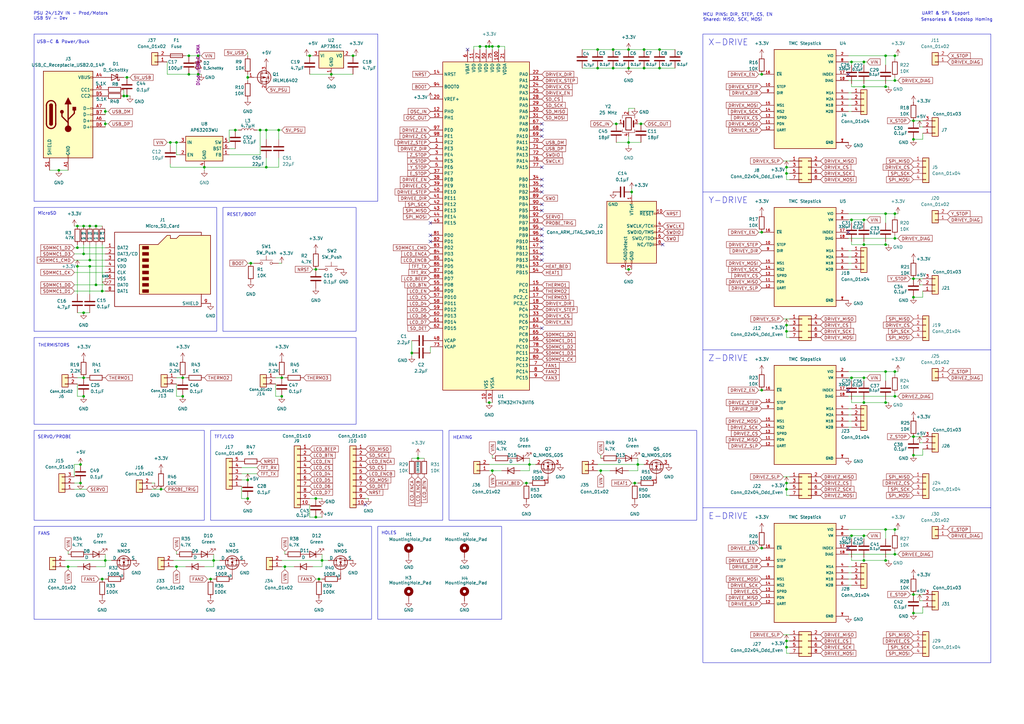
<source format=kicad_sch>
(kicad_sch (version 20250114) (generator "eeschema") (generator_version "9.0")
  (paper "A3")
  (rectangle (start 184.15 176.53) (end 285.75 213.36))
  (rectangle (start 13.97 85.09) (end 88.9 135.89))
  (rectangle (start 288.29 13.97) (end 406.4 271.78))
  (rectangle (start 13.97 13.97) (end 154.94 82.55))
  (rectangle (start 13.97 176.53) (end 83.82 213.36))
  (rectangle (start 86.36 176.53) (end 181.61 213.36))
  (rectangle (start 13.97 138.43) (end 146.05 173.99))
  (rectangle (start 154.94 215.9) (end 205.74 254))
  (rectangle (start 91.44 85.09) (end 146.05 135.89))
  (rectangle (start 13.97 215.9) (end 152.4 254))
  (text "PSU 24/12V IN - Prod/Motors\nUSB 5V - Dev" (at 13.716 6.604 0) (effects (font (size 1.27 1.27)) (justify left)))
  (text "MicroSD" (at 19.304 87.63 0) (effects (font (size 1.27 1.27))))
  (text "Y-DRIVE" (at 298.704 82.296 0) (effects (font (size 2.54 2.54))))
  (text "UART & SPI Support" (at 387.858 5.588 0) (effects (font (size 1.27 1.27))))
  (text "SERVO/PROBE" (at 22.352 179.324 0) (effects (font (size 1.27 1.27))))
  (text "HOLES" (at 159.512 218.694 0) (effects (font (size 1.27 1.27))))
  (text "Z-DRIVE" (at 298.704 147.066 0) (effects (font (size 2.54 2.54))))
  (text "THERMISTORS" (at 22.098 141.732 0) (effects (font (size 1.27 1.27))))
  (text "USB-C & Power/Buck" (at 25.908 17.272 0) (effects (font (size 1.27 1.27))))
  (text "X-DRIVE" (at 298.704 17.526 0) (effects (font (size 2.54 2.54))))
  (text "TFT/LCD" (at 91.948 179.324 0) (effects (font (size 1.27 1.27))))
  (text "MCU PINS: DIR, STEP, CS, EN\nShared: MISO, SCK, MOSI" (at 288.29 7.112 0) (effects (font (size 1.27 1.27)) (justify left)))
  (text "HEATING" (at 189.738 179.578 0) (effects (font (size 1.27 1.27))))
  (text "E-DRIVE" (at 298.704 211.836 0) (effects (font (size 2.54 2.54))))
  (text "Sensorless & Endstop Homing" (at 392.43 8.128 0) (effects (font (size 1.27 1.27))))
  (text "FANS" (at 18.034 218.948 0) (effects (font (size 1.27 1.27))))
  (text "RESET/BOOT" (at 99.06 88.138 0) (effects (font (size 1.27 1.27))))
  (junction (at 374.65 114.3))
  (junction (at 200.66 165.1))
  (junction (at 144.78 22.86))
  (junction (at 106.68 53.34))
  (junction (at 322.58 200.66))
  (junction (at 257.81 110.49))
  (junction (at 116.84 232.41))
  (junction (at 36.83 92.71))
  (junction (at 367.03 33.02))
  (junction (at 66.04 200.66))
  (junction (at 367.03 227.33))
  (junction (at 87.63 229.87))
  (junction (at 252.73 50.8))
  (junction (at 109.22 53.34))
  (junction (at 374.65 49.53))
  (junction (at 201.93 193.04))
  (junction (at 215.9 198.12))
  (junction (at 354.33 35.56))
  (junction (at 83.82 68.58))
  (junction (at 367.03 152.4))
  (junction (at 77.47 22.86))
  (junction (at 77.47 30.48))
  (junction (at 349.25 90.17))
  (junction (at 114.3 53.34))
  (junction (at 33.02 190.5))
  (junction (at 374.65 243.84))
  (junction (at 354.33 90.17))
  (junction (at 86.36 237.49))
  (junction (at 204.47 19.05))
  (junction (at 115.57 154.94))
  (junction (at 129.54 204.47))
  (junction (at 217.17 190.5))
  (junction (at 39.37 116.84))
  (junction (at 354.33 154.94))
  (junction (at 135.89 30.48))
  (junction (at 367.03 22.86))
  (junction (at 109.22 68.58))
  (junction (at 312.42 95.25))
  (junction (at 374.65 121.92))
  (junction (at 72.39 232.41))
  (junction (at 322.58 71.12))
  (junction (at 101.6 31.75))
  (junction (at 363.22 229.87))
  (junction (at 201.93 19.05))
  (junction (at 74.93 154.94))
  (junction (at 41.91 119.38))
  (junction (at 72.39 58.42))
  (junction (at 322.58 265.43))
  (junction (at 354.33 165.1))
  (junction (at 367.03 97.79))
  (junction (at 196.85 19.05))
  (junction (at 374.65 251.46))
  (junction (at 354.33 219.71))
  (junction (at 322.58 68.58))
  (junction (at 74.93 162.56))
  (junction (at 349.25 25.4))
  (junction (at 102.87 107.95))
  (junction (at 264.16 20.32))
  (junction (at 43.18 229.87))
  (junction (at 262.89 50.8))
  (junction (at 96.52 53.34))
  (junction (at 349.25 219.71))
  (junction (at 312.42 224.79))
  (junction (at 312.42 30.48))
  (junction (at 36.83 106.68))
  (junction (at 34.29 92.71))
  (junction (at 374.65 57.15))
  (junction (at 52.07 39.37))
  (junction (at 27.94 232.41))
  (junction (at 367.03 217.17))
  (junction (at 363.22 22.86))
  (junction (at 363.22 100.33))
  (junction (at 264.16 27.94))
  (junction (at 34.29 162.56))
  (junction (at 257.81 27.94))
  (junction (at 363.22 35.56))
  (junction (at 199.39 19.05))
  (junction (at 363.22 87.63))
  (junction (at 129.54 110.49))
  (junction (at 39.37 92.71))
  (junction (at 245.11 20.32))
  (junction (at 168.91 144.78))
  (junction (at 363.22 217.17))
  (junction (at 322.58 133.35))
  (junction (at 251.46 27.94))
  (junction (at 270.51 20.32))
  (junction (at 43.18 50.8))
  (junction (at 257.81 20.32))
  (junction (at 132.08 229.87))
  (junction (at 312.42 160.02))
  (junction (at 200.66 19.05))
  (junction (at 367.03 162.56))
  (junction (at 260.35 198.12))
  (junction (at 101.6 204.47))
  (junction (at 246.38 193.04))
  (junction (at 270.51 27.94))
  (junction (at 354.33 100.33))
  (junction (at 101.6 196.85))
  (junction (at 261.62 190.5))
  (junction (at 129.54 212.09))
  (junction (at 81.28 30.48))
  (junction (at 34.29 154.94))
  (junction (at 322.58 135.89))
  (junction (at 41.91 237.49))
  (junction (at 115.57 162.56))
  (junction (at 171.45 187.96))
  (junction (at 374.65 179.07))
  (junction (at 34.29 104.14))
  (junction (at 52.07 31.75))
  (junction (at 127 22.86))
  (junction (at 354.33 229.87))
  (junction (at 349.25 154.94))
  (junction (at 354.33 25.4))
  (junction (at 363.22 165.1))
  (junction (at 367.03 87.63))
  (junction (at 69.85 58.42))
  (junction (at 43.18 45.72))
  (junction (at 257.81 58.42))
  (junction (at 322.58 198.12))
  (junction (at 24.13 69.85))
  (junction (at 245.11 27.94))
  (junction (at 259.08 78.74))
  (junction (at 322.58 262.89))
  (junction (at 31.75 101.6))
  (junction (at 33.02 198.12))
  (junction (at 251.46 20.32))
  (junction (at 374.65 186.69))
  (junction (at 31.75 92.71))
  (junction (at 34.29 128.27))
  (junction (at 130.81 237.49))
  (junction (at 81.28 22.86))
  (junction (at 31.75 109.22))
  (junction (at 363.22 152.4))
  (junction (at 36.83 109.22))
  (junction (at 50.8 39.37))
  (no_connect (at 271.78 100.33))
  (no_connect (at 222.25 106.68))
  (no_connect (at 347.98 30.48))
  (no_connect (at 222.25 50.8))
  (no_connect (at 176.53 99.06))
  (no_connect (at 222.25 53.34))
  (no_connect (at 222.25 76.2))
  (no_connect (at 176.53 91.44))
  (no_connect (at 222.25 96.52))
  (no_connect (at 222.25 55.88))
  (no_connect (at 149.86 207.01))
  (no_connect (at 176.53 96.52))
  (no_connect (at 191.77 20.32))
  (no_connect (at 222.25 78.74))
  (no_connect (at 347.98 160.02))
  (no_connect (at 222.25 134.62))
  (no_connect (at 222.25 83.82))
  (no_connect (at 222.25 73.66))
  (no_connect (at 347.98 95.25))
  (no_connect (at 222.25 104.14))
  (no_connect (at 222.25 86.36))
  (no_connect (at 222.25 99.06))
  (no_connect (at 222.25 101.6))
  (no_connect (at 222.25 68.58))
  (no_connect (at 222.25 93.98))
  (no_connect (at 347.98 224.79))
  (wire (pts (xy 40.64 237.49) (xy 41.91 237.49)))
  (wire (pts (xy 35.56 154.94) (xy 34.29 154.94)))
  (wire (pts (xy 363.22 87.63) (xy 367.03 87.63)))
  (wire (pts (xy 373.38 114.3) (xy 374.65 114.3)))
  (wire (pts (xy 201.93 19.05) (xy 200.66 19.05)))
  (wire (pts (xy 87.63 229.87) (xy 90.17 229.87)))
  (wire (pts (xy 132.08 229.87) (xy 134.62 229.87)))
  (wire (pts (xy 109.22 64.77) (xy 109.22 68.58)))
  (wire (pts (xy 349.25 219.71) (xy 349.25 220.98)))
  (wire (pts (xy 43.18 46.99) (xy 43.18 45.72)))
  (wire (pts (xy 257.81 27.94) (xy 264.16 27.94)))
  (wire (pts (xy 349.25 25.4) (xy 354.33 25.4)))
  (wire (pts (xy 349.25 110.49) (xy 347.98 110.49)))
  (wire (pts (xy 354.33 154.94) (xy 354.33 156.21)))
  (wire (pts (xy 374.65 114.3) (xy 378.46 114.3)))
  (wire (pts (xy 322.58 198.12) (xy 323.85 198.12)))
  (wire (pts (xy 36.83 109.22) (xy 43.18 109.22)))
  (wire (pts (xy 322.58 135.89) (xy 322.58 133.35)))
  (wire (pts (xy 322.58 133.35) (xy 323.85 133.35)))
  (wire (pts (xy 323.85 265.43) (xy 322.58 265.43)))
  (wire (pts (xy 349.25 154.94) (xy 347.98 154.94)))
  (wire (pts (xy 363.22 152.4) (xy 363.22 156.21)))
  (wire (pts (xy 311.15 160.02) (xy 312.42 160.02)))
  (wire (pts (xy 349.25 38.1) (xy 347.98 38.1)))
  (wire (pts (xy 39.37 92.71) (xy 41.91 92.71)))
  (wire (pts (xy 99.06 204.47) (xy 99.06 199.39)))
  (wire (pts (xy 349.25 172.72) (xy 347.98 172.72)))
  (wire (pts (xy 367.03 22.86) (xy 368.3 22.86)))
  (wire (pts (xy 196.85 19.05) (xy 194.31 19.05)))
  (wire (pts (xy 246.38 194.31) (xy 246.38 193.04)))
  (wire (pts (xy 323.85 203.2) (xy 322.58 203.2)))
  (wire (pts (xy 77.47 30.48) (xy 81.28 30.48)))
  (wire (pts (xy 349.25 105.41) (xy 347.98 105.41)))
  (wire (pts (xy 168.91 187.96) (xy 171.45 187.96)))
  (wire (pts (xy 261.62 187.96) (xy 261.62 190.5)))
  (wire (pts (xy 363.22 34.29) (xy 363.22 35.56)))
  (wire (pts (xy 87.63 229.87) (xy 87.63 232.41)))
  (wire (pts (xy 214.63 198.12) (xy 215.9 198.12)))
  (wire (pts (xy 120.65 232.41) (xy 116.84 232.41)))
  (wire (pts (xy 104.14 107.95) (xy 102.87 107.95)))
  (wire (pts (xy 349.25 45.72) (xy 347.98 45.72)))
  (wire (pts (xy 349.25 25.4) (xy 347.98 25.4)))
  (wire (pts (xy 72.39 162.56) (xy 72.39 157.48)))
  (wire (pts (xy 257.81 20.32) (xy 264.16 20.32)))
  (wire (pts (xy 130.81 237.49) (xy 132.08 237.49)))
  (wire (pts (xy 30.48 190.5) (xy 30.48 195.58)))
  (wire (pts (xy 115.57 107.95) (xy 114.3 107.95)))
  (wire (pts (xy 363.22 35.56) (xy 364.49 35.56)))
  (wire (pts (xy 69.85 67.31) (xy 69.85 68.58)))
  (wire (pts (xy 245.11 27.94) (xy 251.46 27.94)))
  (wire (pts (xy 113.03 162.56) (xy 115.57 162.56)))
  (wire (pts (xy 144.78 22.86) (xy 143.51 22.86)))
  (wire (pts (xy 349.25 25.4) (xy 349.25 26.67)))
  (wire (pts (xy 50.8 39.37) (xy 50.8 36.83)))
  (wire (pts (xy 262.89 50.8) (xy 261.62 50.8)))
  (wire (pts (xy 367.03 153.67) (xy 367.03 152.4)))
  (wire (pts (xy 83.82 69.85) (xy 83.82 68.58)))
  (wire (pts (xy 367.03 97.79) (xy 368.3 97.79)))
  (wire (pts (xy 354.33 219.71) (xy 355.6 219.71)))
  (wire (pts (xy 373.38 49.53) (xy 374.65 49.53)))
  (wire (pts (xy 30.48 104.14) (xy 34.29 104.14)))
  (wire (pts (xy 363.22 87.63) (xy 363.22 91.44)))
  (wire (pts (xy 76.2 232.41) (xy 72.39 232.41)))
  (wire (pts (xy 257.81 44.45) (xy 260.35 44.45)))
  (wire (pts (xy 347.98 97.79) (xy 367.03 97.79)))
  (wire (pts (xy 347.98 22.86) (xy 363.22 22.86)))
  (wire (pts (xy 72.39 58.42) (xy 72.39 63.5)))
  (wire (pts (xy 349.25 107.95) (xy 347.98 107.95)))
  (wire (pts (xy 72.39 226.06) (xy 72.39 227.33)))
  (wire (pts (xy 168.91 139.7) (xy 168.91 144.78)))
  (wire (pts (xy 116.84 154.94) (xy 115.57 154.94)))
  (wire (pts (xy 127 30.48) (xy 135.89 30.48)))
  (wire (pts (xy 66.04 200.66) (xy 62.23 200.66)))
  (wire (pts (xy 259.08 198.12) (xy 260.35 198.12)))
  (wire (pts (xy 101.6 107.95) (xy 102.87 107.95)))
  (wire (pts (xy 322.58 267.97) (xy 322.58 265.43)))
  (wire (pts (xy 323.85 73.66) (xy 322.58 73.66)))
  (wire (pts (xy 26.67 229.87) (xy 43.18 229.87)))
  (wire (pts (xy 373.38 243.84) (xy 374.65 243.84)))
  (wire (pts (xy 24.13 69.85) (xy 27.94 69.85)))
  (wire (pts (xy 201.93 193.04) (xy 200.66 193.04)))
  (wire (pts (xy 349.25 240.03) (xy 347.98 240.03)))
  (wire (pts (xy 30.48 190.5) (xy 33.02 190.5)))
  (wire (pts (xy 73.66 63.5) (xy 72.39 63.5)))
  (wire (pts (xy 257.81 59.69) (xy 257.81 58.42)))
  (polyline (pts (xy 288.29 143.51) (xy 406.4 143.51)))
  (wire (pts (xy 27.94 226.06) (xy 27.94 227.33)))
  (wire (pts (xy 76.2 154.94) (xy 74.93 154.94)))
  (wire (pts (xy 349.25 219.71) (xy 347.98 219.71)))
  (wire (pts (xy 367.03 88.9) (xy 367.03 87.63)))
  (wire (pts (xy 115.57 229.87) (xy 132.08 229.87)))
  (wire (pts (xy 68.58 30.48) (xy 68.58 25.4)))
  (wire (pts (xy 252.73 50.8) (xy 254 50.8)))
  (wire (pts (xy 367.03 226.06) (xy 367.03 227.33)))
  (wire (pts (xy 367.03 227.33) (xy 368.3 227.33)))
  (wire (pts (xy 349.25 165.1) (xy 349.25 163.83)))
  (wire (pts (xy 363.22 228.6) (xy 363.22 229.87)))
  (wire (pts (xy 99.06 194.31) (xy 105.41 194.31)))
  (wire (pts (xy 354.33 25.4) (xy 355.6 25.4)))
  (wire (pts (xy 53.34 39.37) (xy 52.07 39.37)))
  (wire (pts (xy 128.27 232.41) (xy 132.08 232.41)))
  (wire (pts (xy 43.18 52.07) (xy 43.18 50.8)))
  (wire (pts (xy 349.25 232.41) (xy 347.98 232.41)))
  (wire (pts (xy 34.29 128.27) (xy 36.83 128.27)))
  (wire (pts (xy 41.91 119.38) (xy 43.18 119.38)))
  (wire (pts (xy 213.36 193.04) (xy 217.17 193.04)))
  (wire (pts (xy 204.47 19.05) (xy 201.93 19.05)))
  (wire (pts (xy 264.16 50.8) (xy 262.89 50.8)))
  (wire (pts (xy 109.22 53.34) (xy 114.3 53.34)))
  (wire (pts (xy 43.18 227.33) (xy 43.18 229.87)))
  (wire (pts (xy 354.33 90.17) (xy 354.33 91.44)))
  (wire (pts (xy 72.39 162.56) (xy 74.93 162.56)))
  (wire (pts (xy 105.41 53.34) (xy 106.68 53.34)))
  (wire (pts (xy 77.47 22.86) (xy 81.28 22.86)))
  (wire (pts (xy 374.65 49.53) (xy 378.46 49.53)))
  (wire (pts (xy 41.91 237.49) (xy 43.18 237.49)))
  (wire (pts (xy 377.19 181.61) (xy 378.46 181.61)))
  (wire (pts (xy 257.81 110.49) (xy 259.08 110.49)))
  (wire (pts (xy 30.48 111.76) (xy 43.18 111.76)))
  (wire (pts (xy 363.22 229.87) (xy 364.49 229.87)))
  (wire (pts (xy 349.25 100.33) (xy 349.25 99.06)))
  (wire (pts (xy 93.98 60.96) (xy 96.52 60.96)))
  (wire (pts (xy 127 22.86) (xy 128.27 22.86)))
  (wire (pts (xy 86.36 237.49) (xy 87.63 237.49)))
  (wire (pts (xy 347.98 87.63) (xy 363.22 87.63)))
  (wire (pts (xy 270.51 27.94) (xy 276.86 27.94)))
  (wire (pts (xy 41.91 119.38) (xy 41.91 100.33)))
  (wire (pts (xy 264.16 20.32) (xy 270.51 20.32)))
  (wire (pts (xy 36.83 106.68) (xy 36.83 100.33)))
  (wire (pts (xy 363.22 22.86) (xy 367.03 22.86)))
  (wire (pts (xy 322.58 262.89) (xy 323.85 262.89)))
  (wire (pts (xy 30.48 116.84) (xy 39.37 116.84)))
  (wire (pts (xy 347.98 152.4) (xy 363.22 152.4)))
  (wire (pts (xy 34.29 92.71) (xy 36.83 92.71)))
  (wire (pts (xy 201.93 19.05) (xy 201.93 20.32)))
  (wire (pts (xy 106.68 53.34) (xy 106.68 63.5)))
  (wire (pts (xy 101.6 33.02) (xy 101.6 31.75)))
  (wire (pts (xy 349.25 154.94) (xy 354.33 154.94)))
  (wire (pts (xy 31.75 128.27) (xy 34.29 128.27)))
  (wire (pts (xy 101.6 204.47) (xy 99.06 204.47)))
  (wire (pts (xy 217.17 187.96) (xy 217.17 190.5)))
  (wire (pts (xy 52.07 31.75) (xy 50.8 31.75)))
  (wire (pts (xy 378.46 248.92) (xy 378.46 251.46)))
  (wire (pts (xy 116.84 232.41) (xy 115.57 232.41)))
  (wire (pts (xy 132.08 229.87) (xy 132.08 232.41)))
  (wire (pts (xy 68.58 30.48) (xy 77.47 30.48)))
  (wire (pts (xy 128.27 110.49) (xy 129.54 110.49)))
  (wire (pts (xy 30.48 198.12) (xy 33.02 198.12)))
  (wire (pts (xy 30.48 92.71) (xy 31.75 92.71)))
  (wire (pts (xy 30.48 101.6) (xy 31.75 101.6)))
  (wire (pts (xy 204.47 19.05) (xy 204.47 20.32)))
  (wire (pts (xy 67.31 200.66) (xy 66.04 200.66)))
  (wire (pts (xy 321.31 66.04) (xy 323.85 66.04)))
  (wire (pts (xy 36.83 106.68) (xy 43.18 106.68)))
  (wire (pts (xy 171.45 186.69) (xy 171.45 187.96)))
  (wire (pts (xy 105.41 191.77) (xy 99.06 191.77)))
  (wire (pts (xy 378.46 119.38) (xy 378.46 121.92)))
  (wire (pts (xy 96.52 53.34) (xy 97.79 53.34)))
  (wire (pts (xy 363.22 165.1) (xy 364.49 165.1)))
  (wire (pts (xy 363.22 152.4) (xy 367.03 152.4)))
  (wire (pts (xy 363.22 217.17) (xy 363.22 220.98)))
  (wire (pts (xy 367.03 162.56) (xy 368.3 162.56)))
  (wire (pts (xy 322.58 73.66) (xy 322.58 71.12)))
  (wire (pts (xy 323.85 200.66) (xy 322.58 200.66)))
  (wire (pts (xy 250.19 193.04) (xy 246.38 193.04)))
  (wire (pts (xy 259.08 77.47) (xy 259.08 78.74)))
  (wire (pts (xy 52.07 39.37) (xy 50.8 39.37)))
  (wire (pts (xy 261.62 190.5) (xy 261.62 193.04)))
  (wire (pts (xy 322.58 138.43) (xy 322.58 135.89)))
  (wire (pts (xy 132.08 227.33) (xy 132.08 229.87)))
  (wire (pts (xy 101.6 30.48) (xy 101.6 31.75)))
  (wire (pts (xy 31.75 101.6) (xy 43.18 101.6)))
  (wire (pts (xy 367.03 152.4) (xy 368.3 152.4)))
  (wire (pts (xy 363.22 99.06) (xy 363.22 100.33)))
  (wire (pts (xy 115.57 53.34) (xy 114.3 53.34)))
  (wire (pts (xy 205.74 193.04) (xy 201.93 193.04)))
  (polyline (pts (xy 288.29 78.74) (xy 406.4 78.74)))
  (wire (pts (xy 43.18 229.87) (xy 43.18 232.41)))
  (wire (pts (xy 261.62 190.5) (xy 264.16 190.5)))
  (polyline (pts (xy 288.29 208.28) (xy 406.4 208.28)))
  (wire (pts (xy 311.15 30.48) (xy 312.42 30.48)))
  (wire (pts (xy 81.28 22.86) (xy 82.55 22.86)))
  (wire (pts (xy 349.25 234.95) (xy 347.98 234.95)))
  (wire (pts (xy 251.46 27.94) (xy 257.81 27.94)))
  (wire (pts (xy 114.3 57.15) (xy 114.3 53.34)))
  (wire (pts (xy 246.38 186.69) (xy 246.38 187.96)))
  (wire (pts (xy 257.81 193.04) (xy 261.62 193.04)))
  (wire (pts (xy 322.58 68.58) (xy 323.85 68.58)))
  (wire (pts (xy 354.33 229.87) (xy 363.22 229.87)))
  (wire (pts (xy 116.84 233.68) (xy 116.84 232.41)))
  (wire (pts (xy 132.08 204.47) (xy 129.54 204.47)))
  (wire (pts (xy 349.25 229.87) (xy 354.33 229.87)))
  (wire (pts (xy 127 212.09) (xy 127 207.01)))
  (wire (pts (xy 72.39 233.68) (xy 72.39 232.41)))
  (wire (pts (xy 378.46 186.69) (xy 374.65 186.69)))
  (wire (pts (xy 81.28 30.48) (xy 82.55 30.48)))
  (wire (pts (xy 20.32 69.85) (xy 24.13 69.85)))
  (wire (pts (xy 349.25 170.18) (xy 347.98 170.18)))
  (wire (pts (xy 311.15 224.79) (xy 312.42 224.79)))
  (wire (pts (xy 146.05 22.86) (xy 144.78 22.86)))
  (wire (pts (xy 377.19 52.07) (xy 378.46 52.07)))
  (wire (pts (xy 323.85 135.89) (xy 322.58 135.89)))
  (wire (pts (xy 323.85 138.43) (xy 322.58 138.43)))
  (wire (pts (xy 168.91 144.78) (xy 168.91 146.05)))
  (wire (pts (xy 347.98 33.02) (xy 367.03 33.02)))
  (wire (pts (xy 34.29 104.14) (xy 34.29 100.33)))
  (wire (pts (xy 83.82 68.58) (xy 109.22 68.58)))
  (wire (pts (xy 349.25 90.17) (xy 349.25 91.44)))
  (wire (pts (xy 245.11 20.32) (xy 238.76 20.32)))
  (wire (pts (xy 93.98 53.34) (xy 96.52 53.34)))
  (wire (pts (xy 349.25 229.87) (xy 349.25 228.6)))
  (wire (pts (xy 349.25 43.18) (xy 347.98 43.18)))
  (wire (pts (xy 354.33 90.17) (xy 355.6 90.17)))
  (wire (pts (xy 217.17 190.5) (xy 217.17 193.04)))
  (wire (pts (xy 207.01 20.32) (xy 207.01 19.05)))
  (wire (pts (xy 367.03 24.13) (xy 367.03 22.86)))
  (wire (pts (xy 85.09 237.49) (xy 86.36 237.49)))
  (wire (pts (xy 114.3 68.58) (xy 109.22 68.58)))
  (wire (pts (xy 354.33 229.87) (xy 354.33 228.6)))
  (wire (pts (xy 69.85 58.42) (xy 72.39 58.42)))
  (wire (pts (xy 349.25 90.17) (xy 347.98 90.17)))
  (wire (pts (xy 201.93 194.31) (xy 201.93 193.04)))
  (wire (pts (xy 374.65 243.84) (xy 378.46 243.84)))
  (wire (pts (xy 43.18 50.8) (xy 43.18 49.53)))
  (wire (pts (xy 349.25 100.33) (xy 354.33 100.33)))
  (wire (pts (xy 39.37 232.41) (xy 43.18 232.41)))
  (wire (pts (xy 377.19 116.84) (xy 378.46 116.84)))
  (wire (pts (xy 93.98 53.34) (xy 93.98 58.42)))
  (wire (pts (xy 354.33 219.71) (xy 354.33 220.98)))
  (wire (pts (xy 200.66 19.05) (xy 199.39 19.05)))
  (wire (pts (xy 199.39 165.1) (xy 200.66 165.1)))
  (wire (pts (xy 30.48 119.38) (xy 41.91 119.38)))
  (wire (pts (xy 349.25 165.1) (xy 354.33 165.1)))
  (wire (pts (xy 171.45 187.96) (xy 173.99 187.96)))
  (wire (pts (xy 151.13 204.47) (xy 149.86 204.47)))
  (wire (pts (xy 259.08 78.74) (xy 259.08 80.01)))
  (wire (pts (xy 367.03 161.29) (xy 367.03 162.56)))
  (wire (pts (xy 322.58 203.2) (xy 322.58 200.66)))
  (wire (pts (xy 31.75 109.22) (xy 31.75 120.65)))
  (wire (pts (xy 31.75 109.22) (xy 36.83 109.22)))
  (wire (pts (xy 69.85 68.58) (xy 83.82 68.58)))
  (wire (pts (xy 135.89 30.48) (xy 144.78 30.48)))
  (wire (pts (xy 69.85 59.69) (xy 69.85 58.42)))
  (wire (pts (xy 215.9 198.12) (xy 217.17 198.12)))
  (wire (pts (xy 31.75 154.94) (xy 34.29 154.94)))
  (wire (pts (xy 245.11 190.5) (xy 261.62 190.5)))
  (wire (pts (xy 264.16 27.94) (xy 270.51 27.94)))
  (wire (pts (xy 373.38 179.07) (xy 374.65 179.07)))
  (wire (pts (xy 321.31 130.81) (xy 323.85 130.81)))
  (wire (pts (xy 125.73 22.86) (xy 127 22.86)))
  (wire (pts (xy 27.94 232.41) (xy 26.67 232.41)))
  (wire (pts (xy 349.25 175.26) (xy 347.98 175.26)))
  (wire (pts (xy 347.98 227.33) (xy 367.03 227.33)))
  (wire (pts (xy 257.81 58.42) (xy 257.81 55.88)))
  (wire (pts (xy 257.81 45.72) (xy 257.81 44.45)))
  (wire (pts (xy 194.31 19.05) (xy 194.31 20.32)))
  (wire (pts (xy 36.83 109.22) (xy 36.83 120.65)))
  (wire (pts (xy 207.01 19.05) (xy 204.47 19.05)))
  (wire (pts (xy 354.33 100.33) (xy 354.33 99.06)))
  (wire (pts (xy 31.75 92.71) (xy 34.29 92.71)))
  (wire (pts (xy 354.33 154.94) (xy 355.6 154.94)))
  (wire (pts (xy 53.34 31.75) (xy 52.07 31.75)))
  (wire (pts (xy 374.65 179.07) (xy 378.46 179.07)))
  (wire (pts (xy 363.22 217.17) (xy 367.03 217.17)))
  (wire (pts (xy 349.25 102.87) (xy 347.98 102.87)))
  (wire (pts (xy 114.3 64.77) (xy 114.3 68.58)))
  (wire (pts (xy 72.39 154.94) (xy 74.93 154.94)))
  (wire (pts (xy 349.25 35.56) (xy 354.33 35.56)))
  (wire (pts (xy 367.03 218.44) (xy 367.03 217.17)))
  (wire (pts (xy 367.03 33.02) (xy 368.3 33.02)))
  (wire (pts (xy 72.39 58.42) (xy 73.66 58.42)))
  (wire (pts (xy 322.58 71.12) (xy 322.58 68.58)))
  (wire (pts (xy 63.5 198.12) (xy 62.23 198.12)))
  (wire (pts (xy 200.66 190.5) (xy 217.17 190.5)))
  (wire (pts (xy 35.56 200.66) (xy 30.48 200.66)))
  (wire (pts (xy 367.03 87.63) (xy 368.3 87.63)))
  (wire (pts (xy 323.85 71.12) (xy 322.58 71.12)))
  (wire (pts (xy 246.38 193.04) (xy 245.11 193.04)))
  (wire (pts (xy 311.15 95.25) (xy 312.42 95.25)))
  (wire (pts (xy 71.12 229.87) (xy 87.63 229.87)))
  (wire (pts (xy 378.46 54.61) (xy 378.46 57.15)))
  (wire (pts (xy 36.83 92.71) (xy 39.37 92.71)))
  (wire (pts (xy 349.25 35.56) (xy 349.25 34.29)))
  (wire (pts (xy 106.68 53.34) (xy 109.22 53.34)))
  (wire (pts (xy 101.6 21.59) (xy 101.6 22.86)))
  (wire (pts (xy 129.54 237.49) (xy 130.81 237.49)))
  (wire (pts (xy 87.63 227.33) (xy 87.63 229.87)))
  (wire (pts (xy 349.25 40.64) (xy 347.98 40.64)))
  (wire (pts (xy 31.75 101.6) (xy 31.75 100.33)))
  (wire (pts (xy 322.58 200.66) (xy 322.58 198.12)))
  (wire (pts (xy 76.2 22.86) (xy 77.47 22.86)))
  (wire (pts (xy 72.39 232.41) (xy 71.12 232.41)))
  (wire (pts (xy 44.45 50.8) (xy 43.18 50.8)))
  (wire (pts (xy 43.18 229.87) (xy 45.72 229.87)))
  (wire (pts (xy 129.54 110.49) (xy 130.81 110.49)))
  (wire (pts (xy 270.51 20.32) (xy 276.86 20.32)))
  (wire (pts (xy 129.54 204.47) (xy 127 204.47)))
  (wire (pts (xy 252.73 58.42) (xy 257.81 58.42)))
  (wire (pts (xy 109.22 57.15) (xy 109.22 53.34)))
  (wire (pts (xy 31.75 162.56) (xy 34.29 162.56)))
  (wire (pts (xy 363.22 22.86) (xy 363.22 26.67)))
  (wire (pts (xy 367.03 96.52) (xy 367.03 97.79)))
  (wire (pts (xy 30.48 106.68) (xy 36.83 106.68)))
  (wire (pts (xy 354.33 35.56) (xy 354.33 34.29)))
  (wire (pts (xy 34.29 104.14) (xy 43.18 104.14)))
  (wire (pts (xy 378.46 57.15) (xy 374.65 57.15)))
  (wire (pts (xy 377.19 246.38) (xy 378.46 246.38)))
  (wire (pts (xy 367.03 217.17) (xy 368.3 217.17)))
  (wire (pts (xy 363.22 100.33) (xy 364.49 100.33)))
  (wire (pts (xy 217.17 190.5) (xy 219.71 190.5)))
  (wire (pts (xy 354.33 25.4) (xy 354.33 26.67)))
  (wire (pts (xy 132.08 212.09) (xy 129.54 212.09)))
  (wire (pts (xy 200.66 165.1) (xy 201.93 165.1)))
  (wire (pts (xy 113.03 162.56) (xy 113.03 157.48)))
  (wire (pts (xy 129.54 212.09) (xy 127 212.09)))
  (wire (pts (xy 349.25 237.49) (xy 347.98 237.49)))
  (wire (pts (xy 251.46 50.8) (xy 252.73 50.8)))
  (wire (pts (xy 245.11 20.32) (xy 251.46 20.32)))
  (wire (pts (xy 68.58 58.42) (xy 69.85 58.42)))
  (wire (pts (xy 31.75 162.56) (xy 31.75 157.48)))
  (wire (pts (xy 201.93 186.69) (xy 201.93 187.96)))
  (wire (pts (xy 101.6 196.85) (xy 99.06 196.85)))
  (wire (pts (xy 349.25 167.64) (xy 347.98 167.64)))
  (wire (pts (xy 196.85 19.05) (xy 196.85 20.32)))
  (wire (pts (xy 349.25 219.71) (xy 354.33 219.71)))
  (wire (pts (xy 116.84 226.06) (xy 116.84 227.33)))
  (wire (pts (xy 257.81 58.42) (xy 262.89 58.42)))
  (wire (pts (xy 256.54 110.49) (xy 257.81 110.49)))
  (wire (pts (xy 44.45 45.72) (xy 43.18 45.72)))
  (wire (pts (xy 349.25 90.17) (xy 354.33 90.17)))
  (wire (pts (xy 176.53 144.78) (xy 176.53 142.24)))
  (wire (pts (xy 354.33 165.1) (xy 354.33 163.83)))
  (wire (pts (xy 31.75 232.41) (xy 27.94 232.41)))
  (wire (pts (xy 354.33 35.56) (xy 363.22 35.56)))
  (wire (pts (xy 347.98 217.17) (xy 363.22 217.17)))
  (wire (pts (xy 354.33 165.1) (xy 363.22 165.1)))
  (wire (pts (xy 251.46 20.32) (xy 257.81 20.32)))
  (wire (pts (xy 321.31 195.58) (xy 323.85 195.58)))
  (wire (pts (xy 349.25 154.94) (xy 349.25 156.21)))
  (wire (pts (xy 199.39 19.05) (xy 199.39 20.32)))
  (wire (pts (xy 39.37 116.84) (xy 43.18 116.84)))
  (wire (pts (xy 323.85 267.97) (xy 322.58 267.97)))
  (wire (pts (xy 43.18 45.72) (xy 43.18 44.45)))
  (wire (pts (xy 363.22 163.83) (xy 363.22 165.1)))
  (wire (pts (xy 93.98 63.5) (xy 106.68 63.5)))
  (wire (pts (xy 260.35 198.12) (xy 261.62 198.12)))
  (wire (pts (xy 322.58 265.43) (xy 322.58 262.89)))
  (wire (pts (xy 245.11 27.94) (xy 238.76 27.94)))
  (wire (pts (xy 321.31 260.35) (xy 323.85 260.35)))
  (wire (pts (xy 354.33 100.33) (xy 363.22 100.33)))
  (wire (pts (xy 27.94 233.68) (xy 27.94 232.41)))
  (wire (pts (xy 367.03 31.75) (xy 367.03 33.02)))
  (wire (pts (xy 113.03 154.94) (xy 115.57 154.94)))
  (wire (pts (xy 378.46 121.92) (xy 374.65 121.92)))
  (wire (pts (xy 378.46 251.46) (xy 374.65 251.46)))
  (wire (pts (xy 378.46 184.15) (xy 378.46 186.69)))
  (wire (pts (xy 347.98 162.56) (xy 367.03 162.56)))
  (wire (pts (xy 83.82 232.41) (xy 87.63 232.41)))
  (wire (pts (xy 199.39 19.05) (xy 196.85 19.05)))
  (wire (pts (xy 39.37 100.33) (xy 39.37 116.84)))
  (global_label "SPI_SCK" (shape input) (at 176.53 83.82 180) (property "Intersheetrefs" "${INTERSHEET_REFS}" (effects (hide yes))))
  (global_label "DRIVEX_CS" (shape input) (at 336.55 68.58 0) (property "Intersheetrefs" "${INTERSHEET_REFS}" (effects (hide yes))))
  (global_label "VIN" (shape input) (at 201.93 186.69 90) (property "Intersheetrefs" "${INTERSHEET_REFS}" (effects (hide yes))))
  (global_label "SDMMC1_D1" (shape input) (at 222.25 139.7 0) (property "Intersheetrefs" "${INTERSHEET_REFS}" (effects (hide yes))))
  (global_label "DRIVEY_CS" (shape input) (at 222.25 129.54 0) (property "Intersheetrefs" "${INTERSHEET_REFS}" (effects (hide yes))))
  (global_label "DRIVEX_CS" (shape input) (at 222.25 35.56 0) (property "Intersheetrefs" "${INTERSHEET_REFS}" (effects (hide yes))))
  (global_label "FAN2" (shape input) (at 222.25 152.4 0) (property "Intersheetrefs" "${INTERSHEET_REFS}" (effects (hide yes))))
  (global_label "DRIVEE_MISO" (shape input) (at 312.42 245.11 180) (property "Intersheetrefs" "${INTERSHEET_REFS}" (effects (hide yes))))
  (global_label "LCD_EN" (shape input) (at 127 189.23 0) (property "Intersheetrefs" "${INTERSHEET_REFS}" (effects (hide yes))))
  (global_label "FAN3" (shape input) (at 129.54 237.49 180) (property "Intersheetrefs" "${INTERSHEET_REFS}" (effects (hide yes))))
  (global_label "SD_MOSI" (shape input) (at 149.86 196.85 0) (property "Intersheetrefs" "${INTERSHEET_REFS}" (effects (hide yes))))
  (global_label "DRIVEE_EN" (shape input) (at 176.53 73.66 180) (property "Intersheetrefs" "${INTERSHEET_REFS}" (effects (hide yes))))
  (global_label "LCD_BTN" (shape input) (at 173.99 195.58 270) (property "Intersheetrefs" "${INTERSHEET_REFS}" (effects (hide yes))))
  (global_label "VIN" (shape input) (at 355.6 154.94 0) (property "Intersheetrefs" "${INTERSHEET_REFS}" (effects (hide yes))))
  (global_label "DRIVEY_CS" (shape input) (at 374.65 133.35 180) (property "Intersheetrefs" "${INTERSHEET_REFS}" (effects (hide yes))))
  (global_label "DRIVEY_MOSI" (shape input) (at 312.42 107.95 180) (property "Intersheetrefs" "${INTERSHEET_REFS}" (effects (hide yes))))
  (global_label "DRIVEE_EN" (shape input) (at 311.15 224.79 180) (property "Intersheetrefs" "${INTERSHEET_REFS}" (effects (hide yes))))
  (global_label "VIN" (shape input) (at 355.6 25.4 0) (property "Intersheetrefs" "${INTERSHEET_REFS}" (effects (hide yes))))
  (global_label "DRIVEX_SCK" (shape input) (at 312.42 45.72 180) (property "Intersheetrefs" "${INTERSHEET_REFS}" (effects (hide yes))))
  (global_label "DRIVEZ_EN" (shape input) (at 176.53 53.34 180) (property "Intersheetrefs" "${INTERSHEET_REFS}" (effects (hide yes))))
  (global_label "LCD_BEEP" (shape input) (at 127 184.15 0) (property "Intersheetrefs" "${INTERSHEET_REFS}" (effects (hide yes))))
  (global_label "VIN" (shape input) (at 116.84 226.06 90) (property "Intersheetrefs" "${INTERSHEET_REFS}" (effects (hide yes))))
  (global_label "VIN" (shape input) (at 355.6 219.71 0) (property "Intersheetrefs" "${INTERSHEET_REFS}" (effects (hide yes))))
  (global_label "Z_STOP" (shape input) (at 176.53 63.5 180) (property "Intersheetrefs" "${INTERSHEET_REFS}" (effects (hide yes))))
  (global_label "DRIVEX_EN" (shape input) (at 311.15 30.48 180) (property "Intersheetrefs" "${INTERSHEET_REFS}" (effects (hide yes))))
  (global_label "DRIVEZ_SCK" (shape input) (at 312.42 175.26 180) (property "Intersheetrefs" "${INTERSHEET_REFS}" (effects (hide yes))))
  (global_label "DRIVEE_CS" (shape input) (at 374.65 262.89 180) (property "Intersheetrefs" "${INTERSHEET_REFS}" (effects (hide yes))))
  (global_label "OSC_OUT" (shape input) (at 264.16 50.8 0) (property "Intersheetrefs" "${INTERSHEET_REFS}" (effects (hide yes))))
  (global_label "SDMMC1_D0" (shape input) (at 30.48 116.84 180) (property "Intersheetrefs" "${INTERSHEET_REFS}" (effects (hide yes))))
  (global_label "DRIVEX_MOSI" (shape input) (at 336.55 73.66 0) (property "Intersheetrefs" "${INTERSHEET_REFS}" (effects (hide yes))))
  (global_label "SD_SCK" (shape input) (at 149.86 186.69 0) (property "Intersheetrefs" "${INTERSHEET_REFS}" (effects (hide yes))))
  (global_label "LCD_BTN" (shape input) (at 176.53 116.84 180) (property "Intersheetrefs" "${INTERSHEET_REFS}" (effects (hide yes))))
  (global_label "SPI_SCK" (shape input) (at 374.65 71.12 180) (property "Intersheetrefs" "${INTERSHEET_REFS}" (effects (hide yes))))
  (global_label "DRIVEE_SLP" (shape input) (at 312.42 247.65 180) (property "Intersheetrefs" "${INTERSHEET_REFS}" (effects (hide yes))))
  (global_label "DRIVEX_MISO" (shape input) (at 336.55 66.04 0) (property "Intersheetrefs" "${INTERSHEET_REFS}" (effects (hide yes))))
  (global_label "VIN" (shape input) (at 355.6 90.17 0) (property "Intersheetrefs" "${INTERSHEET_REFS}" (effects (hide yes))))
  (global_label "NRST" (shape input) (at 176.53 30.48 180) (property "Intersheetrefs" "${INTERSHEET_REFS}" (effects (hide yes))))
  (global_label "DRIVEX_MOSI" (shape input) (at 312.42 43.18 180) (property "Intersheetrefs" "${INTERSHEET_REFS}" (effects (hide yes))))
  (global_label "DRIVEE_DIAG" (shape input) (at 388.62 219.71 0) (property "Intersheetrefs" "${INTERSHEET_REFS}" (effects (hide yes))))
  (global_label "VIN" (shape input) (at 27.94 226.06 90) (property "Intersheetrefs" "${INTERSHEET_REFS}" (effects (hide yes))))
  (global_label "USB_DM" (shape input) (at 222.25 58.42 0) (property "Intersheetrefs" "${INTERSHEET_REFS}" (effects (hide yes))))
  (global_label "LCD_D5" (shape input) (at 127 196.85 0) (property "Intersheetrefs" "${INTERSHEET_REFS}" (effects (hide yes))))
  (global_label "DRIVEY_EN" (shape input) (at 311.15 95.25 180) (property "Intersheetrefs" "${INTERSHEET_REFS}" (effects (hide yes))))
  (global_label "DRIVEE_STEP" (shape input) (at 312.42 229.87 180) (property "Intersheetrefs" "${INTERSHEET_REFS}" (effects (hide yes))))
  (global_label "HEAT_BED" (shape input) (at 214.63 198.12 180) (effects (font (size 1.2192 1.2192))) (property "Intersheetrefs" "${INTERSHEET_REFS}" (effects (hide yes))))
  (global_label "HEAT_BED" (shape input) (at 222.25 109.22 0) (property "Intersheetrefs" "${INTERSHEET_REFS}" (effects (hide yes))))
  (global_label "SPI_MOSI" (shape input) (at 374.65 203.2 180) (property "Intersheetrefs" "${INTERSHEET_REFS}" (effects (hide yes))))
  (global_label "BOOT" (shape input) (at 176.53 35.56 180) (property "Intersheetrefs" "${INTERSHEET_REFS}" (effects (hide yes))))
  (global_label "FAN1" (shape input) (at 40.64 237.49 180) (property "Intersheetrefs" "${INTERSHEET_REFS}" (effects (hide yes))))
  (global_label "DRIVEE_MISO" (shape input) (at 336.55 260.35 0) (property "Intersheetrefs" "${INTERSHEET_REFS}" (effects (hide yes))))
  (global_label "DRIVEE_MOSI" (shape input) (at 336.55 267.97 0) (property "Intersheetrefs" "${INTERSHEET_REFS}" (effects (hide yes))))
  (global_label "DRIVEX_SLP" (shape input) (at 312.42 53.34 180) (property "Intersheetrefs" "${INTERSHEET_REFS}" (effects (hide yes))))
  (global_label "DRIVEY_SLP" (shape input) (at 321.31 130.81 180) (property "Intersheetrefs" "${INTERSHEET_REFS}" (effects (hide yes))))
  (global_label "SPI_MISO" (shape input) (at 374.65 195.58 180) (property "Intersheetrefs" "${INTERSHEET_REFS}" (effects (hide yes))))
  (global_label "DRIVEE_SLP" (shape input) (at 321.31 260.35 180) (property "Intersheetrefs" "${INTERSHEET_REFS}" (effects (hide yes))))
  (global_label "TFT_RX" (shape input) (at 176.53 111.76 180) (property "Intersheetrefs" "${INTERSHEET_REFS}" (effects (hide yes))))
  (global_label "DRIVEY_MISO" (shape input) (at 312.42 115.57 180) (property "Intersheetrefs" "${INTERSHEET_REFS}" (effects (hide yes))))
  (global_label "SDMMC1_D2" (shape input) (at 222.25 142.24 0) (property "Intersheetrefs" "${INTERSHEET_REFS}" (effects (hide yes))))
  (global_label "DRIVEY_STEP" (shape input) (at 222.25 127 0) (property "Intersheetrefs" "${INTERSHEET_REFS}" (effects (hide yes))))
  (global_label "DRIVEZ_DIR" (shape input) (at 176.53 60.96 180) (property "Intersheetrefs" "${INTERSHEET_REFS}" (effects (hide yes))))
  (global_label "DRIVEZ_EN" (shape input) (at 311.15 160.02 180) (property "Intersheetrefs" "${INTERSHEET_REFS}" (effects (hide yes))))
  (global_label "HEAT1" (shape input) (at 222.25 111.76 0) (property "Intersheetrefs" "${INTERSHEET_REFS}" (effects (hide yes))))
  (global_label "DRIVEY_STEP" (shape input) (at 312.42 100.33 180) (property "Intersheetrefs" "${INTERSHEET_REFS}" (effects (hide yes))))
  (global_label "DRIVEE_SCK" (shape input) (at 312.42 240.03 180) (property "Intersheetrefs" "${INTERSHEET_REFS}" (effects (hide yes))))
  (global_label "DRIVEZ_CS" (shape input) (at 312.42 177.8 180) (property "Intersheetrefs" "${INTERSHEET_REFS}" (effects (hide yes))))
  (global_label "DRIVEE_SCK" (shape input) (at 336.55 265.43 0) (property "Intersheetrefs" "${INTERSHEET_REFS}" (effects (hide yes))))
  (global_label "LCD_ENCB" (shape input) (at 149.86 194.31 0) (property "Intersheetrefs" "${INTERSHEET_REFS}" (effects (hide yes))))
  (global_label "SERVO" (shape input) (at 35.56 200.66 0) (property "Intersheetrefs" "${INTERSHEET_REFS}" (effects (hide yes))))
  (global_label "DRIVEY_DIR" (shape input) (at 312.42 102.87 180) (property "Intersheetrefs" "${INTERSHEET_REFS}" (effects (hide yes))))
  (global_label "DRIVEZ_DIR" (shape input) (at 312.42 167.64 180) (property "Intersheetrefs" "${INTERSHEET_REFS}" (effects (hide yes))))
  (global_label "PROBE_TRIG" (shape input) (at 222.25 91.44 0) (property "Intersheetrefs" "${INTERSHEET_REFS}" (effects (hide yes))))
  (global_label "5V_PSU" (shape input) (at 115.57 53.34 0) (property "Intersheetrefs" "${INTERSHEET_REFS}" (effects (hide yes))))
  (global_label "LCD_D7" (shape input) (at 176.53 132.08 180) (property "Intersheetrefs" "${INTERSHEET_REFS}" (effects (hide yes))))
  (global_label "DRIVEY_SCK" (shape input) (at 312.42 110.49 180) (property "Intersheetrefs" "${INTERSHEET_REFS}" (effects (hide yes))))
  (global_label "LCD_D6" (shape input) (at 176.53 129.54 180) (property "Intersheetrefs" "${INTERSHEET_REFS}" (effects (hide yes))))
  (global_label "DRIVEX_DIAG" (shape input) (at 368.3 33.02 0) (property "Intersheetrefs" "${INTERSHEET_REFS}" (effects (hide yes))))
  (global_label "VIN" (shape input) (at 72.39 233.68 270) (property "Intersheetrefs" "${INTERSHEET_REFS}" (effects (hide yes))))
  (global_label "X_STOP" (shape input) (at 388.62 22.86 0) (property "Intersheetrefs" "${INTERSHEET_REFS}" (effects (hide yes))))
  (global_label "THERMO2" (shape input) (at 83.82 154.94 0) (property "Intersheetrefs" "${INTERSHEET_REFS}" (effects (hide yes))))
  (global_label "LCD_EN" (shape input) (at 176.53 119.38 180) (property "Intersheetrefs" "${INTERSHEET_REFS}" (effects (hide yes))))
  (global_label "DRIVEX_CS" (shape input) (at 312.42 48.26 180) (property "Intersheetrefs" "${INTERSHEET_REFS}" (effects (hide yes))))
  (global_label "LCD_ENCB" (shape input) (at 171.45 195.58 270) (property "Intersheetrefs" "${INTERSHEET_REFS}" (effects (hide yes))))
  (global_label "OSC_OUT" (shape input) (at 176.53 48.26 180) (property "Intersheetrefs" "${INTERSHEET_REFS}" (effects (hide yes))))
  (global_label "SD_MISO" (shape input) (at 222.25 45.72 0) (property "Intersheetrefs" "${INTERSHEET_REFS}" (effects (hide yes))))
  (global_label "VIN" (shape input) (at 116.84 233.68 270) (property "Intersheetrefs" "${INTERSHEET_REFS}" (effects (hide yes))))
  (global_label "X_STOP" (shape input) (at 176.53 66.04 180) (property "Intersheetrefs" "${INTERSHEET_REFS}" (effects (hide yes))))
  (global_label "VIN" (shape input) (at 72.39 226.06 90) (property "Intersheetrefs" "${INTERSHEET_REFS}" (effects (hide yes))))
  (global_label "VIN" (shape input) (at 27.94 233.68 270) (property "Intersheetrefs" "${INTERSHEET_REFS}" (effects (hide yes))))
  (global_label "DRIVEX_MISO" (shape input) (at 312.42 50.8 180) (property "Intersheetrefs" "${INTERSHEET_REFS}" (effects (hide yes))))
  (global_label "5V_PSU" (shape input) (at 109.22 36.83 0) (property "Intersheetrefs" "${INTERSHEET_REFS}" (effects (hide yes))))
  (global_label "SPI_MOSI" (shape input) (at 176.53 88.9 180) (property "Intersheetrefs" "${INTERSHEET_REFS}" (effects (hide yes))))
  (global_label "DRIVEE_STEP" (shape input) (at 176.53 78.74 180) (property "Intersheetrefs" "${INTERSHEET_REFS}" (effects (hide yes))))
  (global_label "Y_STOP" (shape input) (at 176.53 68.58 180) (property "Intersheetrefs" "${INTERSHEET_REFS}" (effects (hide yes))))
  (global_label "SDMMC1_CMD" (shape input) (at 176.53 101.6 180) (property "Intersheetrefs" "${INTERSHEET_REFS}" (effects (hide yes))))
  (global_label "DRIVEZ_SLP" (shape input) (at 321.31 195.58 180) (property "Intersheetrefs" "${INTERSHEET_REFS}" (effects (hide yes))))
  (global_label "DRIVEY_EN" (shape input) (at 222.25 132.08 0) (property "Intersheetrefs" "${INTERSHEET_REFS}" (effects (hide yes))))
  (global_label "LCD_D5" (shape input) (at 176.53 127 180) (property "Intersheetrefs" "${INTERSHEET_REFS}" (effects (hide yes))))
  (global_label "DRIVEX_EN" (shape input) (at 222.25 38.1 0) (property "Intersheetrefs" "${INTERSHEET_REFS}" (effects (hide yes))))
  (global_label "SD_MOSI" (shape input) (at 222.25 48.26 0) (property "Intersheetrefs" "${INTERSHEET_REFS}" (effects (hide yes))))
  (global_label "LCD_ENCB" (shape input) (at 176.53 106.68 180) (property "Intersheetrefs" "${INTERSHEET_REFS}" (effects (hide yes))))
  (global_label "SD_DET" (shape input) (at 149.86 199.39 0) (property "Intersheetrefs" "${INTERSHEET_REFS}" (effects (hide yes))))
  (global_label "5V_USB" (shape input) (at 53.34 31.75 0) (property "Intersheetrefs" "${INTERSHEET_REFS}" (effects (hide yes))))
  (global_label "SPI_SCK" (shape input) (at 374.65 265.43 180) (property "Intersheetrefs" "${INTERSHEET_REFS}" (effects (hide yes))))
  (global_label "DRIVEY_SLP" (shape input) (at 312.42 118.11 180) (property "Intersheetrefs" "${INTERSHEET_REFS}" (effects (hide yes))))
  (global_label "5V_USB" (shape input) (at 101.6 21.59 180) (property "Intersheetrefs" "${INTERSHEET_REFS}" (effects (hide yes))))
  (global_label "FAN1" (shape input) (at 222.25 149.86 0) (property "Intersheetrefs" "${INTERSHEET_REFS}" (effects (hide yes))))
  (global_label "SD_SCK" (shape input) (at 222.25 43.18 0) (property "Intersheetrefs" "${INTERSHEET_REFS}" (effects (hide yes))))
  (global_label "USB_DP" (shape input) (at 44.45 50.8 0) (property "Intersheetrefs" "${INTERSHEET_REFS}" (effects (hide yes))))
  (global_label "NRST" (shape input) (at 271.78 87.63 0) (property "Intersheetrefs" "${INTERSHEET_REFS}" (effects (hide yes))))
  (global_label "DRIVEX_CS" (shape input) (at 374.65 68.58 180) (property "Intersheetrefs" "${INTERSHEET_REFS}" (effects (hide yes))))
  (global_label "SPI_MISO" (shape input) (at 374.65 130.81 180) (property "Intersheetrefs" "${INTERSHEET_REFS}" (effects (hide yes))))
  (global_label "FAN3" (shape input) (at 222.25 154.94 0) (property "Intersheetrefs" "${INTERSHEET_REFS}" (effects (hide yes))))
  (global_label "DRIVEX_STEP" (shape input) (at 222.25 33.02 0) (property "Intersheetrefs" "${INTERSHEET_REFS}" (effects (hide yes))))
  (global_label "LCD_ENCA" (shape input) (at 176.53 104.14 180) (property "Intersheetrefs" "${INTERSHEET_REFS}" (effects (hide yes))))
  (global_label "HEAT1" (shape input) (at 259.08 198.12 180) (property "Intersheetrefs" "${INTERSHEET_REFS}" (effects (hide yes))))
  (global_label "FAN2" (shape input) (at 85.09 237.49 180) (property "Intersheetrefs" "${INTERSHEET_REFS}" (effects (hide yes))))
  (global_label "SPI_MISO" (shape input) (at 176.53 86.36 180) (property "Intersheetrefs" "${INTERSHEET_REFS}" (effects (hide yes))))
  (global_label "E_STOP" (shape input) (at 373.38 243.84 180) (property "Intersheetrefs" "${INTERSHEET_REFS}" (effects (hide yes))))
  (global_label "LCD_D7" (shape input) (at 127 201.93 0) (property "Intersheetrefs" "${INTERSHEET_REFS}" (effects (hide yes))))
  (global_label "DRIVEX_DIR" (shape input) (at 222.25 30.48 0) (property "Intersheetrefs" "${INTERSHEET_REFS}" (effects (hide yes))))
  (global_label "Z_STOP" (shape input) (at 388.62 152.4 0) (property "Intersheetrefs" "${INTERSHEET_REFS}" (effects (hide yes))))
  (global_label "SWDIO" (shape input) (at 271.78 95.25 0) (property "Intersheetrefs" "${INTERSHEET_REFS}" (effects (hide yes))))
  (global_label "SD_CS" (shape input) (at 149.86 191.77 0) (property "Intersheetrefs" "${INTERSHEET_REFS}" (effects (hide yes))))
  (global_label "SDMMC1_CMD" (shape input) (at 30.48 106.68 180) (property "Intersheetrefs" "${INTERSHEET_REFS}" (effects (hide yes))))
  (global_label "SWCLK" (shape input) (at 271.78 92.71 0) (property "Intersheetrefs" "${INTERSHEET_REFS}" (effects (hide yes))))
  (global_label "DRIVEE_CS" (shape input) (at 312.42 242.57 180) (property "Intersheetrefs" "${INTERSHEET_REFS}" (effects (hide yes))))
  (global_label "LCD_BEEP" (shape input) (at 176.53 114.3 180) (property "Intersheetrefs" "${INTERSHEET_REFS}" (effects (hide yes))))
  (global_label "DRIVEX_DIR" (shape input) (at 312.42 38.1 180) (property "Intersheetrefs" "${INTERSHEET_REFS}" (effects (hide yes))))
  (global_label "X_STOP" (shape input) (at 373.38 49.53 180) (property "Intersheetrefs" "${INTERSHEET_REFS}" (effects (hide yes))))
  (global_label "SWDIO" (shape input) (at 222.25 63.5 0) (property "Intersheetrefs" "${INTERSHEET_REFS}" (effects (hide yes))))
  (global_label "DRIVEZ_STEP" (shape input) (at 312.42 165.1 180) (property "Intersheetrefs" "${INTERSHEET_REFS}" (effects (hide yes))))
  (global_label "DRIVEZ_SCK" (shape input) (at 336.55 200.66 0) (property "Intersheetrefs" "${INTERSHEET_REFS}" (effects (hide yes))))
  (global_label "TFT_TX" (shape input) (at 176.53 109.22 180) (property "Intersheetrefs" "${INTERSHEET_REFS}" (effects (hide yes))))
  (global_label "SD_MISO" (shape input) (at 149.86 184.15 0) (property "Intersheetrefs" "${INTERSHEET_REFS}" (effects (hide yes))))
  (global_label "SDMMC1_D1" (shape input) (at 30.48 119.38 180) (property "Intersheetrefs" "${INTERSHEET_REFS}" (effects (hide yes))))
  (global_label "DRIVEX_SCK" (shape input) (at 336.55 71.12 0) (property "Intersheetrefs" "${INTERSHEET_REFS}" (effects (hide yes))))
  (global_label "SDMMC1_CK" (shape input) (at 30.48 111.76 180) (property "Intersheetrefs" "${INTERSHEET_REFS}" (effects (hide yes))))
  (global_label "OSC_IN" (shape input) (at 176.53 45.72 180) (property "Intersheetrefs" "${INTERSHEET_REFS}" (effects (hide yes))))
  (global_label "USB_DM" (shape input) (at 44.45 45.72 0) (property "Intersheetrefs" "${INTERSHEET_REFS}" (effects (hide yes))))
  (global_label "USB_DP" (shape input) (at 222.25 60.96 0) (property "Intersheetrefs" "${INTERSHEET_REFS}" (effects (hide yes))))
  (global_label "DRIVEZ_SLP" (shape input) (at 312.42 182.88 180) (property "Intersheetrefs" "${INTERSHEET_REFS}" (effects (hide yes))))
  (global_label "DRIVEZ_MISO" (shape input) (at 312.42 180.34 180) (property "Intersheetrefs" "${INTERSHEET_REFS}" (effects (hide yes))))
  (global_label "VIN" (shape input) (at 68.58 58.42 180) (property "Intersheetrefs" "${INTERSHEET_REFS}" (effects (hide yes))))
  (global_label "OSC_IN" (shape input) (at 251.46 50.8 180) (property "Intersheetrefs" "${INTERSHEET_REFS}" (effects (hide yes))))
  (global_label "SD_CS" (shape input) (at 222.25 40.64 0) (property "Intersheetrefs" "${INTERSHEET_REFS}" (effects (hide yes))))
  (global_label "VIN" (shape input) (at 201.93 194.31 270) (property "Intersheetrefs" "${INTERSHEET_REFS}" (effects (hide yes))))
  (global_label "SPI_MISO" (shape input) (at 374.65 66.04 180) (property "Intersheetrefs" "${INTERSHEET_REFS}" (effects (hide yes))))
  (global_label "NRST" (shape input) (at 128.27 110.49 180) (property "Intersheetrefs" "${INTERSHEET_REFS}" (effects (hide yes))))
  (global_label "SPI_MISO" (shape input) (at 374.65 260.35 180) (property "Intersheetrefs" "${INTERSHEET_REFS}" (effects (hide yes))))
  (global_label "DRIVEX_STEP" (shape input) (at 312.42 35.56 180) (property "Intersheetrefs" "${INTERSHEET_REFS}" (effects (hide yes))))
  (global_label "Z_STOP" (shape input) (at 373.38 179.07 180) (property "Intersheetrefs" "${INTERSHEET_REFS}" (effects (hide yes))))
  (global_label "DRIVEY_DIR" (shape input) (at 222.25 124.46 0) (property "Intersheetrefs" "${INTERSHEET_REFS}" (effects (hide yes))))
  (global_label "SPI_SCK" (shape input) (at 374.65 135.89 180) (property "Intersheetrefs" "${INTERSHEET_REFS}" (effects (hide yes))))
  (global_label "THERMO1" (shape input) (at 222.25 116.84 0) (property "Intersheetrefs" "${INTERSHEET_REFS}" (effects (hide yes))))
  (global_label "VIN" (shape input) (at 246.38 186.69 90) (property "Intersheetrefs" "${INTERSHEET_REFS}" (effects (hide yes))))
  (global_label "LCD_BTN" (shape input) (at 127 186.69 0) (property "Intersheetrefs" "${INTERSHEET_REFS}" (effects (hide yes))))
  (global_label "TFT_TX" (shape input) (at 105.41 194.31 0) (property "Intersheetrefs" "${INTERSHEET_REFS}" (effects (hide yes))))
  (global_label "SDMMC1_D0" (shape input) (at 222.25 137.16 0) (property "Intersheetrefs" "${INTERSHEET_REFS}" (effects (hide yes))))
  (global_label "DRIVEE_CS" (shape input) (at 336.55 262.89 0) (property "Intersheetrefs" "${INTERSHEET_REFS}" (effects (hide yes))))
  (global_label "LCD_ENCA" (shape input) (at 149.86 189.23 0) (property "Intersheetrefs" "${INTERSHEET_REFS}" (effects (hide yes))))
  (global_label "SWCLK" (shape input) (at 222.25 66.04 0) (property "Intersheetrefs" "${INTERSHEET_REFS}" (effects (hide yes))))
  (global_label "DRIVEE_CS" (shape input) (at 176.53 76.2 180) (property "Intersheetrefs" "${INTERSHEET_REFS}" (effects (hide yes))))
  (global_label "SDMMC1_CK" (shape input) (at 222.25 147.32 0) (property "Intersheetrefs" "${INTERSHEET_REFS}" (effects (hide yes))))
  (global_label "DRIVEY_DIAG" (shape input) (at 388.62 90.17 0) (property "Intersheetrefs" "${INTERSHEET_REFS}" (effects (hide yes))))
  (global_label "DRIVEX_SLP" (shape input) (at 321.31 66.04 180) (property "Intersheetrefs" "${INTERSHEET_REFS}" (effects (hide yes))))
  (global_label "SDMMC1_D3" (shape input) (at 222.25 144.78 0) (property "Intersheetrefs" "${INTERSHEET_REFS}" (effects (hide yes))))
  (global_label "DRIVEE_MOSI" (shape input) (at 312.42 237.49 180) (property "Intersheetrefs" "${INTERSHEET_REFS}" (effects (hide yes))))
  (global_label "DRIVEY_DIAG" (shape input) (at 368.3 97.79 0) (property "Intersheetrefs" "${INTERSHEET_REFS}" (effects (hide yes))))
  (global_label "SWO" (shape input) (at 271.78 97.79 0) (property "Intersheetrefs" "${INTERSHEET_REFS}" (effects (hide yes))))
  (global_label "DRIVEY_CS" (shape input) (at 336.55 133.35 0) (property "Intersheetrefs" "${INTERSHEET_REFS}" (effects (hide yes))))
  (global_label "DRIVEZ_STEP" (shape input) (at 176.53 58.42 180) (property "Intersheetrefs" "${INTERSHEET_REFS}" (effects (hide yes))))
  (global_label "DRIVEX_DIAG" (shape input) (at 388.62 25.4 0) (property "Intersheetrefs" "${INTERSHEET_REFS}" (effects (hide yes))))
  (global_label "SPI_MOSI" (shape input) (at 374.65 73.66 180) (property "Intersheetrefs" "${INTERSHEET_REFS}" (effects (hide yes))))
  (global_label "THERMO2" (shape input) (at 222.25 119.38 0) (property "Intersheetrefs" "${INTERSHEET_REFS}" (effects (hide yes))))
  (global_label "TFT_RX" (shape input) (at 105.41 191.77 0) (property "Intersheetrefs" "${INTERSHEET_REFS}" (effects (hide yes))))
  (global_label "DRIVEY_MOSI" (shape input) (at 336.55 138.43 0) (property "Intersheetrefs" "${INTERSHEET_REFS}" (effects (hide yes))))
  (global_label "VIN" (shape input) (at 246.38 194.31 270) (property "Intersheetrefs" "${INTERSHEET_REFS}" (effects (hide yes))))
  (global_label "LCD_D4" (shape input) (at 176.53 124.46 180) (property "Intersheetrefs" "${INTERSHEET_REFS}" (effects (hide yes))))
  (global_label "THERMO3" (shape input) (at 124.46 154.94 0) (property "Intersheetrefs" "${INTERSHEET_REFS}" (effects (hide yes))))
  (global_label "DRIVEY_CS" (shape input) (at 312.42 113.03 180) (property "Intersheetrefs" "${INTERSHEET_REFS}" (effects (hide yes))))
  (global_label "DRIVEZ_CS" (shape input) (at 374.65 198.12 180) (property "Intersheetrefs" "${INTERSHEET_REFS}" (effects (hide yes))))
  (global_label "DRIVEY_MISO" (shape input) (at 336.55 130.81 0) (property "Intersheetrefs" "${INTERSHEET_REFS}" (effects (hide yes))))
  (global_label "DRIVEZ_MOSI" (shape input) (at 336.55 203.2 0) (property "Intersheetrefs" "${INTERSHEET_REFS}" (effects (hide yes))))
  (global_label "DRIVEZ_DIAG" (shape input) (at 388.62 154.94 0) (property "Intersheetrefs" "${INTERSHEET_REFS}" (effects (hide yes))))
  (global_label "DRIVEZ_DIAG" (shape input) (at 368.3 162.56 0) (property "Intersheetrefs" "${INTERSHEET_REFS}" (effects (hide yes))))
  (global_label "DRIVEE_DIR" (shape input) (at 176.53 81.28 180) (property "Intersheetrefs" "${INTERSHEET_REFS}" (effects (hide yes))))
  (global_label "SDMMC1_D2" (shape input) (at 30.48 101.6 180) (property "Intersheetrefs" "${INTERSHEET_REFS}" (effects (hide yes))))
  (global_label "NRST" (shape input) (at 149.86 201.93 0) (property "Intersheetrefs" "${INTERSHEET_REFS}" (effects (hide yes))))
  (global_label "LCD_ENCA" (shape input) (at 168.91 195.58 270) (property "Intersheetrefs" "${INTERSHEET_REFS}" (effects (hide yes))))
  (global_label "E_STOP" (shape input) (at 388.62 217.17 0) (property "Intersheetrefs" "${INTERSHEET_REFS}" (effects (hide yes))))
  (global_label "SPI_MOSI" (shape input) (at 374.65 267.97 180) (property "Intersheetrefs" "${INTERSHEET_REFS}" (effects (hide yes))))
  (global_label "SDMMC1_D3" (shape input) (at 30.48 104.14 180) (property "Intersheetrefs" "${INTERSHEET_REFS}" (effects (hide yes))))
  (global_label "SD_DET" (shape input) (at 176.53 134.62 180) (property "Intersheetrefs" "${INTERSHEET_REFS}" (effects (hide yes))))
  (global_label "BOOT" (shape input) (at 101.6 107.95 180) (property "Intersheetrefs" "${INTERSHEET_REFS}" (effects (hide yes))))
  (global_label "DRIVEE_DIR" (shape input) (at 312.42 232.41 180) (property "Intersheetrefs" "${INTERSHEET_REFS}" (effects (hide yes))))
  (global_label "LCD_CS" (shape input) (at 127 191.77 0) (property "Intersheetrefs" "${INTERSHEET_REFS}" (effects (hide yes))))
  (global_label "DRIVEZ_CS" (shape input) (at 176.53 55.88 180) (property "Intersheetrefs" "${INTERSHEET_REFS}" (effects (hide yes))))
  (global_label "SWO" (shape input) (at 222.25 81.28 0) (property "Intersheetrefs" "${INTERSHEET_REFS}" (effects (hide yes))))
  (global_label "DRIVEZ_MISO" (shape input) (at 336.55 195.58 0) (property "Intersheetrefs" "${INTERSHEET_REFS}" (effects (hide yes))))
  (global_label "THERMO3" (shape input) (at 222.25 121.92 0) (property "Intersheetrefs" "${INTERSHEET_REFS}" (effects (hide yes))))
  (global_label "Y_STOP" (shape input) (at 388.62 87.63 0) (property "Intersheetrefs" "${INTERSHEET_REFS}" (effects (hide yes))))
  (global_label "SPI_MOSI" (shape input) (at 374.65 138.43 180) (property "Intersheetrefs" "${INTERSHEET_REFS}" (effects (hide yes))))
  (global_label "Y_STOP" (shape input) (at 373.38 114.3 180) (property "Intersheetrefs" "${INTERSHEET_REFS}" (effects (hide yes))))
  (global_label "DRIVEZ_MOSI" (shape input) (at 312.42 172.72 180) (property "Intersheetrefs" "${INTERSHEET_REFS}" (effects (hide yes))))
  (global_label "SERVO" (shape input) (at 222.25 88.9 0) (property "Intersheetrefs" "${INTERSHEET_REFS}" (effects (hide yes))))
  (global_label "E_STOP" (shape input) (at 176.53 71.12 180) (property "Intersheetrefs" "${INTERSHEET_REFS}" (effects (hide yes))))
  (global_label "LCD_CS" (shape input) (at 176.53 121.92 180) (property "Intersheetrefs" "${INTERSHEET_REFS}" (effects (hide yes))))
  (global_label "LCD_D6" (shape input) (at 127 199.39 0) (property "Intersheetrefs" "${INTERSHEET_REFS}" (effects (hide yes))))
  (global_label "LCD_D4" (shape input) (at 127 194.31 0) (property "Intersheetrefs" "${INTERSHEET_REFS}" (effects (hide yes))))
  (global_label "DRIVEY_SCK" (shape input) (at 336.55 135.89 0) (property "Intersheetrefs" "${INTERSHEET_REFS}" (effects (hide yes))))
  (global_label "DRIVEE_DIAG" (shape input) (at 368.3 227.33 0) (property "Intersheetrefs" "${INTERSHEET_REFS}" (effects (hide yes))))
  (global_label "SPI_SCK" (shape input) (at 374.65 200.66 180) (property "Intersheetrefs" "${INTERSHEET_REFS}" (effects (hide yes))))
  (global_label "NRST" (shape input) (at 106.68 189.23 0) (property "Intersheetrefs" "${INTERSHEET_REFS}" (effects (hide yes))))
  (global_label "PROBE_TRIG" (shape input) (at 67.31 200.66 0) (property "Intersheetrefs" "${INTERSHEET_REFS}" (effects (hide yes))))
  (global_label "THERMO1" (shape input) (at 43.18 154.94 0) (property "Intersheetrefs" "${INTERSHEET_REFS}" (effects (hide yes))))
  (global_label "DRIVEZ_CS" (shape input) (at 336.55 198.12 0) (property "Intersheetrefs" "${INTERSHEET_REFS}" (effects (hide yes))))
  (global_label "VIN" (shape input) (at 82.55 22.86 0) (property "Intersheetrefs" "${INTERSHEET_REFS}" (effects (hide yes))))
  (symbol (lib_id "Device:C") (at 77.47 26.67 0) (unit 1)
    (property "Reference" "C17" (at 68.834 25.4 0) (effects (justify left)))
    (property "Value" "100µF" (at 68.834 27.94 0) (effects (justify left)))
    (property "Footprint" "Capacitor_THT:CP_Radial_D6.3mm_P2.50mm" (effects (hide yes)))
    (property "Description" "Unpolarized capacitor" (effects (hide yes)))
  )
  (symbol (lib_id "Connector_Generic:Conn_01x03") (at 25.4 198.12 180) (unit 1)
    (property "Reference" "J15" (at 24.384 188.976 0))
    (property "Value" "Conn_01x03" (at 24.384 191.516 0))
    (property "Footprint" "Connector_PinHeader_2.54mm:PinHeader_1x03_P2.54mm_Vertical" (effects (hide yes)))
    (property "Description" "Generic connector, single row, 01x03, script generated (kicad-library-utils/schlib/autogen/connector/)" (effects (hide yes)))
  )
  (symbol (lib_id "Device:R") (at 312.42 26.67 0) (unit 1)
    (property "Reference" "R16" (at 307.086 25.654 0) (effects (justify left)))
    (property "Value" "10K" (at 307.086 28.194 0) (effects (justify left)))
    (property "Footprint" "Resistor_SMD:R_0603_1608Metric" (effects (hide yes)))
    (property "Description" "Resistor" (effects (hide yes)))
  )
  (symbol (lib_id "Regulator_Linear:AMS1117-3.3") (at 135.89 22.86 0) (unit 1)
    (property "Reference" "U2" (at 135.89 16.51 0))
    (property "Value" "AP7361C" (at 135.89 19.05 0))
    (property "Footprint" "Package_TO_SOT_SMD:SOT-223-3_TabPin2" (effects (hide yes)))
    (property "Datasheet" "http://www.advanced-monolithic.com/pdf/ds1117.pdf" (effects (hide yes)))
    (property "Description" "1A Low Dropout regulator, positive, 3.3V fixed output, SOT-223" (effects (hide yes)))
  )
  (symbol (lib_id "Device:R") (at 130.81 241.3 0) (unit 1)
    (property "Reference" "R39" (at 132.334 240.284 0) (effects (justify left)))
    (property "Value" "100K" (at 132.334 242.824 0) (effects (justify left)))
    (property "Footprint" "Resistor_SMD:R_0603_1608Metric" (effects (hide yes)))
    (property "Description" "Resistor" (effects (hide yes)))
  )
  (symbol (lib_id "Device:R") (at 34.29 151.13 0) (unit 1)
    (property "Reference" "R19" (at 28.702 149.606 0) (effects (justify left)))
    (property "Value" "2.2K" (at 28.702 152.146 0) (effects (justify left)))
    (property "Footprint" "Resistor_SMD:R_0603_1608Metric" (effects (hide yes)))
    (property "Description" "Resistor" (effects (hide yes)))
  )
  (symbol (lib_id "Device:R") (at 39.37 96.52 0) (unit 1)
    (property "Reference" "R6" (at 38.354 95.758 0) (effects (font (size 0.9652 0.9652)) (justify left)))
    (property "Value" "47K" (at 38.354 97.79 0) (effects (font (size 0.635 0.635)) (justify left)))
    (property "Footprint" "Resistor_SMD:R_0603_1608Metric" (effects (hide yes)))
    (property "Description" "Resistor" (effects (hide yes)))
  )
  (symbol (lib_id "Device:R") (at 173.99 191.77 0) (unit 1)
    (property "Reference" "R31" (at 176.53 190.4999 0) (effects (justify left)))
    (property "Value" "10K" (at 176.53 193.0399 0) (effects (justify left)))
    (property "Footprint" "Resistor_SMD:R_0603_1608Metric" (effects (hide yes)))
    (property "Description" "Resistor" (effects (hide yes)))
  )
  (symbol (lib_id "Device:C") (at 109.22 60.96 0) (unit 1)
    (property "Reference" "C50" (at 103.378 64.77 0) (effects (justify left)))
    (property "Value" "22µF" (at 103.378 67.31 0) (effects (justify left)))
    (property "Footprint" "Capacitor_SMD:C_0805_2012Metric" (effects (hide yes)))
    (property "Description" "Unpolarized capacitor" (effects (hide yes)))
  )
  (symbol (lib_id "Device:C") (at 114.3 60.96 0) (unit 1)
    (property "Reference" "C51" (at 115.824 64.77 0) (effects (justify left)))
    (property "Value" "22µF" (at 115.824 67.31 0) (effects (justify left)))
    (property "Footprint" "Capacitor_SMD:C_0805_2012Metric" (effects (hide yes)))
    (property "Description" "Unpolarized capacitor" (effects (hide yes)))
  )
  (symbol (lib_id "TMC2209_SILENTSTEPSTICK:TMC2209_SILENTSTEPSTICK") (at 330.2 105.41 0) (unit 1)
    (property "Reference" "U5" (at 345.694 82.55 0))
    (property "Value" "TMC Stepstick" (at 330.2 82.55 0))
    (property "Footprint" "kai's library:TMC Stepstick" (effects (hide yes)))
    (property "MF" "Trinamic Motion Control GmbH" (effects (hide yes)))
    (property "Description_1" "TMC2209 Motor Controller/Driver Power Management Evaluation Board" (effects (hide yes)))
    (property "Package" "None" (effects (hide yes)))
    (property "Price" "None" (effects (hide yes)))
    (property "Check_prices" "https://www.snapeda.com/parts/TMC2209%20SILENTSTEPSTICK/Trinamic/view-part/?ref=eda" (effects (hide yes)))
    (property "STANDARD" "Manufacturer Recommendations" (effects (hide yes)))
    (property "PARTREV" "1.20" (effects (hide yes)))
    (property "SnapEDA_Link" "https://www.snapeda.com/parts/TMC2209%20SILENTSTEPSTICK/Trinamic/view-part/?ref=snap" (effects (hide yes)))
    (property "MP" "TMC2209 SILENTSTEPSTICK" (effects (hide yes)))
    (property "MANUFACTURER" "Trinamic Motion Control GmbH" (effects (hide yes)))
    (property "Availability" "Not in stock" (effects (hide yes)))
    (property "SNAPEDA_PN" "TMC2209 SILENTSTEPSTICK" (effects (hide yes)))
  )
  (symbol (lib_id "power:GND") (at 364.49 100.33 0) (unit 1)
    (property "Reference" "#PWR046" (effects (hide yes)))
    (property "Value" "GND" (at 368.3 101.346 0))
    (property "Description" "Power symbol creates a global label with name \"GND\" , ground" (effects (hide yes)))
  )
  (symbol (lib_id "Device:R") (at 66.04 196.85 0) (unit 1)
    (property "Reference" "R46" (at 68.58 195.5799 0) (effects (justify left)))
    (property "Value" "10K" (at 68.58 198.1199 0) (effects (justify left)))
    (property "Footprint" "Resistor_SMD:R_0603_1608Metric" (effects (hide yes)))
    (property "Description" "Resistor" (effects (hide yes)))
  )
  (symbol (lib_id "power:+3.3V") (at 374.65 41.91 0) (unit 1)
    (property "Reference" "#PWR041" (effects (hide yes)))
    (property "Value" "+3.3V" (at 378.714 41.402 0))
    (property "Description" "Power symbol creates a global label with name \"+3.3V\"" (effects (hide yes)))
  )
  (symbol (lib_id "Connector_Generic:Conn_01x02") (at 107.95 154.94 0) (mirror y) (unit 1)
    (property "Reference" "J14" (at 106.934 161.544 0))
    (property "Value" "Conn_01x02" (at 106.934 159.766 0) (effects (font (size 1.016 1.016))))
    (property "Footprint" "Connector_JST:JST_PH_B2B-PH-K_1x02_P2.00mm_Vertical" (effects (hide yes)))
    (property "Description" "Generic connector, single row, 01x02, script generated (kicad-library-utils/schlib/autogen/connector/)" (effects (hide yes)))
  )
  (symbol (lib_id "Connector_Generic:Conn_01x03") (at 383.54 52.07 0) (mirror x) (unit 1)
    (property "Reference" "J7" (at 386.08 53.3401 0) (effects (justify left)))
    (property "Value" "Conn_01x03" (at 382.524 46.736 0) (effects (justify left)))
    (property "Footprint" "Connector_JST:JST_XH_B3B-XH-A_1x03_P2.50mm_Vertical" (effects (hide yes)))
    (property "Description" "Generic connector, single row, 01x03, script generated (kicad-library-utils/schlib/autogen/connector/)" (effects (hide yes)))
  )
  (symbol (lib_id "Connector_Generic:Conn_02x04_Odd_Even") (at 328.93 198.12 0) (unit 1)
    (property "Reference" "J22" (at 310.388 199.39 0))
    (property "Value" "Conn_02x04_Odd_Even" (at 310.388 201.93 0))
    (property "Footprint" "Connector_PinHeader_2.00mm:PinHeader_2x04_P2.00mm_Vertical" (effects (hide yes)))
    (property "Description" "Generic connector, double row, 02x04, odd/even pin numbering scheme (row 1 odd numbers, row 2 even numbers), script generated (kicad-library-utils/schlib/autogen/connector/)" (effects (hide yes)))
  )
  (symbol (lib_id "power:GND") (at 274.32 190.5 0) (unit 1)
    (property "Reference" "#PWR085" (effects (hide yes)))
    (property "Value" "GND" (at 274.32 195.58 0))
    (property "Description" "Power symbol creates a global label with name \"GND\" , ground" (effects (hide yes)))
  )
  (symbol (lib_id "Device:R") (at 41.91 96.52 0) (unit 1)
    (property "Reference" "R7" (at 40.894 95.758 0) (effects (font (size 0.9652 0.9652)) (justify left)))
    (property "Value" "47K" (at 40.894 97.79 0) (effects (font (size 0.635 0.635)) (justify left)))
    (property "Footprint" "Resistor_SMD:R_0603_1608Metric" (effects (hide yes)))
    (property "Description" "Resistor" (effects (hide yes)))
  )
  (symbol (lib_id "Device:C") (at 363.22 224.79 0) (unit 1)
    (property "Reference" "C41" (at 356.87 223.266 0) (effects (justify left)))
    (property "Value" "0.1µF" (at 356.616 225.044 0) (effects (font (size 1.016 1.016)) (justify left)))
    (property "Footprint" "Capacitor_SMD:C_0603_1608Metric" (effects (hide yes)))
    (property "Description" "Unpolarized capacitor" (effects (hide yes)))
  )
  (symbol (lib_id "Device:R") (at 120.65 154.94 90) (unit 1)
    (property "Reference" "R45" (at 120.904 149.606 90))
    (property "Value" "1K" (at 120.904 152.146 90))
    (property "Footprint" "Resistor_SMD:R_0603_1608Metric" (effects (hide yes)))
    (property "Description" "Resistor" (effects (hide yes)))
  )
  (symbol (lib_id "power:+3.3V") (at 129.54 102.87 0) (unit 1)
    (property "Reference" "#PWR027" (effects (hide yes)))
    (property "Value" "+3.3V" (at 129.54 97.79 0))
    (property "Description" "Power symbol creates a global label with name \"+3.3V\"" (effects (hide yes)))
  )
  (symbol (lib_id "power:GND") (at 130.81 245.11 0) (unit 1)
    (property "Reference" "#PWR082" (effects (hide yes)))
    (property "Value" "GND" (at 130.81 250.19 0))
    (property "Description" "Power symbol creates a global label with name \"GND\" , ground" (effects (hide yes)))
  )
  (symbol (lib_id "power:GND") (at 251.46 78.74 0) (unit 1)
    (property "Reference" "#PWR09" (effects (hide yes)))
    (property "Value" "GND" (at 251.46 83.82 0))
    (property "Description" "Power symbol creates a global label with name \"GND\" , ground" (effects (hide yes)))
  )
  (symbol (lib_id "Device:C") (at 363.22 95.25 0) (unit 1)
    (property "Reference" "C33" (at 356.87 93.726 0) (effects (justify left)))
    (property "Value" "0.1µF" (at 356.616 95.504 0) (effects (font (size 1.016 1.016)) (justify left)))
    (property "Footprint" "Capacitor_SMD:C_0603_1608Metric" (effects (hide yes)))
    (property "Description" "Unpolarized capacitor" (effects (hide yes)))
  )
  (symbol (lib_id "power:+3.3V") (at 312.42 22.86 0) (unit 1)
    (property "Reference" "#PWR033" (effects (hide yes)))
    (property "Value" "+3.3V" (at 312.42 17.78 0))
    (property "Description" "Power symbol creates a global label with name \"+3.3V\"" (effects (hide yes)))
  )
  (symbol (lib_id "Connector_Generic:Conn_01x10") (at 144.78 194.31 0) (mirror y) (unit 1)
    (property "Reference" "J10" (at 144.526 180.848 0))
    (property "Value" "Conn_01x10" (at 144.526 178.816 0))
    (property "Footprint" "Connector_IDC:IDC-Header_2x05_P2.54mm_Vertical" (effects (hide yes)))
    (property "Description" "Generic connector, single row, 01x10, script generated (kicad-library-utils/schlib/autogen/connector/)" (effects (hide yes)))
  )
  (symbol (lib_id "power:GND") (at 101.6 40.64 0) (unit 1)
    (property "Reference" "#PWR017" (effects (hide yes)))
    (property "Value" "GND" (at 101.6 45.72 0))
    (property "Description" "Power symbol creates a global label with name \"GND\" , ground" (effects (hide yes)))
  )
  (symbol (lib_id "power:+3.3V") (at 66.04 193.04 0) (unit 1)
    (property "Reference" "#PWR075" (effects (hide yes)))
    (property "Value" "+3.3V" (at 66.04 187.96 0))
    (property "Description" "Power symbol creates a global label with name \"+3.3V\"" (effects (hide yes)))
  )
  (symbol (lib_id "Device:R") (at 374.65 45.72 0) (unit 1)
    (property "Reference" "R18" (at 369.062 44.196 0) (effects (justify left)))
    (property "Value" "10K" (at 369.062 46.736 0) (effects (justify left)))
    (property "Footprint" "Resistor_SMD:R_0603_1608Metric" (effects (hide yes)))
    (property "Description" "Resistor" (effects (hide yes)))
  )
  (symbol (lib_id "Device:C") (at 374.65 53.34 0) (unit 1)
    (property "Reference" "C30" (at 366.522 52.578 0) (effects (justify left)))
    (property "Value" "0.1µF" (at 366.522 54.61 0) (effects (justify left)))
    (property "Footprint" "Capacitor_SMD:C_0603_1608Metric" (effects (hide yes)))
    (property "Description" "Unpolarized capacitor" (effects (hide yes)))
  )
  (symbol (lib_id "power:+3.3V") (at 368.3 217.17 0) (unit 1)
    (property "Reference" "#PWR063" (effects (hide yes)))
    (property "Value" "+3.3V" (at 368.3 212.09 0))
    (property "Description" "Power symbol creates a global label with name \"+3.3V\"" (effects (hide yes)))
  )
  (symbol (lib_id "Device:C") (at 374.65 118.11 0) (unit 1)
    (property "Reference" "C34" (at 366.522 117.602 0) (effects (justify left)))
    (property "Value" "0.1µF" (at 366.522 119.634 0) (effects (justify left)))
    (property "Footprint" "Capacitor_SMD:C_0603_1608Metric" (effects (hide yes)))
    (property "Description" "Unpolarized capacitor" (effects (hide yes)))
  )
  (symbol (lib_id "power:+3.3V") (at 322.58 133.35 0) (unit 1)
    (property "Reference" "#PWR044" (effects (hide yes)))
    (property "Value" "+3.3V" (at 319.024 134.366 0))
    (property "Description" "Power symbol creates a global label with name \"+3.3V\"" (effects (hide yes)))
  )
  (symbol (lib_id "power:GND") (at 190.5 246.38 0) (unit 1)
    (property "Reference" "#PWR092" (effects (hide yes)))
    (property "Value" "GND" (at 190.5 250.19 0))
    (property "Description" "Power symbol creates a global label with name \"GND\" , ground" (effects (hide yes)))
  )
  (symbol (lib_id "Connector_Generic:Conn_01x02") (at 63.5 25.4 180) (unit 1)
    (property "Reference" "J37" (at 62.23 16.51 0))
    (property "Value" "Conn_01x02" (at 62.23 19.05 0))
    (property "Footprint" "TerminalBlock_Phoenix:TerminalBlock_Phoenix_MKDS-1,5-2-5.08_1x02_P5.08mm_Horizontal" (effects (hide yes)))
    (property "Description" "Generic connector, single row, 01x02, script generated (kicad-library-utils/schlib/autogen/connector/)" (effects (hide yes)))
  )
  (symbol (lib_id "Device:R") (at 171.45 191.77 0) (unit 1)
    (property "Reference" "R30" (at 171.45 191.77 90) (effects (font (size 0.762 0.762)) (justify left)))
    (property "Value" "10K" (at 171.45 194.056 90) (effects (font (size 0.762 0.762)) (justify left)))
    (property "Footprint" "Resistor_SMD:R_0603_1608Metric" (effects (hide yes)))
    (property "Description" "Resistor" (effects (hide yes)))
  )
  (symbol (lib_id "Device:C") (at 144.78 26.67 0) (unit 1)
    (property "Reference" "C18" (at 148.59 25.3999 0) (effects (justify left)))
    (property "Value" "4.7µF" (at 148.59 27.9399 0) (effects (justify left)))
    (property "Footprint" "Capacitor_SMD:C_0805_2012Metric" (effects (hide yes)))
    (property "Description" "Unpolarized capacitor" (effects (hide yes)))
  )
  (symbol (lib_id "Simulation_SPICE:NMOS") (at 139.7 232.41 90) (unit 1)
    (property "Reference" "Q4" (at 139.7 223.52 90))
    (property "Value" "NMOS" (at 139.7 226.06 90))
    (property "Footprint" "Package_TO_SOT_SMD:SOT-23-3" (effects (hide yes)))
    (property "Datasheet" "https://ngspice.sourceforge.io/docs/ngspice-html-manual/manual.xhtml#cha_MOSFETs" (effects (hide yes)))
    (property "Description" "N-MOSFET transistor, drain/source/gate" (effects (hide yes)))
    (property "Sim.Device" "NMOS" (effects (hide yes)))
    (property "Sim.Type" "VDMOS" (effects (hide yes)))
    (property "Sim.Pins" "1=D 2=G 3=S" (effects (hide yes)))
  )
  (symbol (lib_id "Connector_Generic:Conn_01x02") (at 67.31 154.94 0) (mirror y) (unit 1)
    (property "Reference" "J13" (at 66.548 162.306 0))
    (property "Value" "Conn_01x02" (at 66.548 160.274 0) (effects (font (size 1.016 1.016))))
    (property "Footprint" "Connector_JST:JST_PH_B2B-PH-K_1x02_P2.00mm_Vertical" (effects (hide yes)))
    (property "Description" "Generic connector, single row, 01x02, script generated (kicad-library-utils/schlib/autogen/connector/)" (effects (hide yes)))
  )
  (symbol (lib_id "power:+3.3V") (at 115.57 107.95 0) (unit 1)
    (property "Reference" "#PWR028" (effects (hide yes)))
    (property "Value" "+3.3V" (at 117.348 103.886 0))
    (property "Description" "Power symbol creates a global label with name \"+3.3V\"" (effects (hide yes)))
  )
  (symbol (lib_id "power:+3.3V") (at 171.45 186.69 0) (unit 1)
    (property "Reference" "#PWR067" (effects (hide yes)))
    (property "Value" "+3.3V" (at 171.45 181.61 0))
    (property "Description" "Power symbol creates a global label with name \"+3.3V\"" (effects (hide yes)))
  )
  (symbol (lib_id "Connector_Generic:Conn_01x04") (at 379.73 198.12 0) (unit 1)
    (property "Reference" "J24" (at 382.27 198.1199 0) (effects (justify left)))
    (property "Value" "Conn_01x04" (at 382.27 200.6599 0) (effects (justify left)))
    (property "Footprint" "Connector_PinHeader_2.00mm:PinHeader_1x04_P2.00mm_Vertical" (effects (hide yes)))
    (property "Description" "Generic connector, single row, 01x04, script generated (kicad-library-utils/schlib/autogen/connector/)" (effects (hide yes)))
  )
  (symbol (lib_id "Device:C") (at 257.81 24.13 0) (unit 1)
    (property "Reference" "C6" (at 258.318 21.844 0) (effects (justify left)))
    (property "Value" "0.1µF" (at 258.572 26.416 0) (effects (font (size 1.016 1.016)) (justify left)))
    (property "Footprint" "Capacitor_SMD:C_0603_1608Metric" (effects (hide yes)))
    (property "Description" "Unpolarized capacitor" (effects (hide yes)))
  )
  (symbol (lib_id "Connector_Generic:Conn_01x04") (at 354.33 105.41 0) (unit 1)
    (property "Reference" "J18" (at 344.932 112.014 0) (effects (justify left)))
    (property "Value" "Conn_01x04" (at 344.932 114.554 0) (effects (justify left)))
    (property "Footprint" "Connector_JST:JST_XH_B4B-XH-AM_1x04_P2.50mm_Vertical" (effects (hide yes)))
    (property "Description" "Generic connector, single row, 01x04, script generated (kicad-library-utils/schlib/autogen/connector/)" (effects (hide yes)))
  )
  (symbol (lib_id "power:GND") (at 115.57 162.56 0) (unit 1)
    (property "Reference" "#PWR071" (effects (hide yes)))
    (property "Value" "GND" (at 115.57 167.64 0))
    (property "Description" "Power symbol creates a global label with name \"GND\" , ground" (effects (hide yes)))
  )
  (symbol (lib_id "power:GND") (at 167.64 228.6 0) (unit 1)
    (property "Reference" "#PWR018" (effects (hide yes)))
    (property "Value" "GND" (at 167.64 232.664 0))
    (property "Description" "Power symbol creates a global label with name \"GND\" , ground" (effects (hide yes)))
  )
  (symbol (lib_id "power:+5V") (at 377.19 246.38 0) (unit 1)
    (property "Reference" "#PWR066" (effects (hide yes)))
    (property "Value" "+5V" (at 377.698 242.316 0))
    (property "Description" "Power symbol creates a global label with name \"+5V\"" (effects (hide yes)))
  )
  (symbol (lib_id "power:GND") (at 257.81 59.69 0) (unit 1)
    (property "Reference" "#PWR089" (effects (hide yes)))
    (property "Value" "GND" (at 257.81 64.77 0))
    (property "Description" "Power symbol creates a global label with name \"GND\" , ground" (effects (hide yes)))
  )
  (symbol (lib_id "power:GND") (at 140.97 110.49 0) (unit 1)
    (property "Reference" "#PWR06" (effects (hide yes)))
    (property "Value" "GND" (at 140.97 115.57 0))
    (property "Description" "Power symbol creates a global label with name \"GND\" , ground" (effects (hide yes)))
  )
  (symbol (lib_id "Connector:Conn_ARM_JTAG_SWD_10") (at 259.08 95.25 0) (unit 1)
    (property "Reference" "J2" (at 247.396 92.71 0) (effects (justify right)))
    (property "Value" "Conn_ARM_JTAG_SWD_10" (at 247.396 95.25 0) (effects (justify right)))
    (property "Footprint" "Connector_PinHeader_1.27mm:PinHeader_2x05_P1.27mm_Vertical" (effects (hide yes)))
    (property "Datasheet" "http://infocenter.arm.com/help/topic/com.arm.doc.ddi0314h/DDI0314H_coresight_components_trm.pdf" (effects (hide yes)))
    (property "Description" "Cortex Debug Connector, standard ARM Cortex-M SWD and JTAG interface" (effects (hide yes)))
  )
  (symbol (lib_id "Device:R") (at 80.01 154.94 90) (unit 1)
    (property "Reference" "R43" (at 80.264 149.606 90))
    (property "Value" "1K" (at 80.264 152.146 90))
    (property "Footprint" "Resistor_SMD:R_0603_1608Metric" (effects (hide yes)))
    (property "Description" "Resistor" (effects (hide yes)))
  )
  (symbol (lib_id "Device:C") (at 349.25 30.48 0) (unit 1)
    (property "Reference" "C26" (at 344.678 26.67 0) (effects (justify left)))
    (property "Value" "330µF" (at 343.916 28.194 0) (effects (font (size 1.016 1.016)) (justify left)))
    (property "Footprint" "Capacitor_THT:CP_Radial_D8.0mm_P3.50mm" (effects (hide yes)))
    (property "Description" "Unpolarized capacitor" (effects (hide yes)))
  )
  (symbol (lib_id "Device:R") (at 367.03 157.48 0) (unit 1)
    (property "Reference" "R24" (at 369.062 156.21 0) (effects (justify left)))
    (property "Value" "10K" (at 369.062 158.75 0) (effects (justify left)))
    (property "Footprint" "Resistor_SMD:R_0805_2012Metric" (effects (hide yes)))
    (property "Description" "Resistor" (effects (hide yes)))
  )
  (symbol (lib_id "Device:LED") (at 257.81 187.96 180) (unit 1)
    (property "Reference" "D14" (at 259.3975 180.34 0))
    (property "Value" "Green" (at 259.3975 182.88 0))
    (property "Footprint" "Resistor_SMD:R_0805_2012Metric" (effects (hide yes)))
    (property "Description" "Light emitting diode" (effects (hide yes)))
    (property "Sim.Pins" "1=K 2=A" (effects (hide yes)))
  )
  (symbol (lib_id "Mechanical:MountingHole_Pad") (at 190.5 243.84 0) (unit 1) (in_bom no)
    (property "Reference" "H4" (at 189.23 237.236 0) (effects (justify left)))
    (property "Value" "MountingHole_Pad" (at 182.372 239.014 0) (effects (justify left)))
    (property "Footprint" "MountingHole:MountingHole_3.2mm_M3_Pad_TopBottom" (effects (hide yes)))
    (property "Description" "Mounting Hole with connection" (effects (hide yes)))
  )
  (symbol (lib_id "Device:D_Schottky") (at 81.28 26.67 270) (unit 1)
    (property "Reference" "D2" (at 83.312 25.908 90) (effects (justify left)))
    (property "Value" "D_Schottky" (at 83.312 27.94 90) (effects (font (size 1.016 1.016)) (justify left)))
    (property "Footprint" "Diode_SMD:D_SMA" (at 81.28 26.67 0))
    (property "Description" "Schottky diode" (effects (hide yes)))
  )
  (symbol (lib_id "Connector_Generic:Conn_01x04") (at 354.33 40.64 0) (unit 1)
    (property "Reference" "J4" (at 344.932 47.244 0) (effects (justify left)))
    (property "Value" "Conn_01x04" (at 344.932 49.784 0) (effects (justify left)))
    (property "Footprint" "Connector_JST:JST_XH_B4B-XH-AM_1x04_P2.50mm_Vertical" (effects (hide yes)))
    (property "Description" "Generic connector, single row, 01x04, script generated (kicad-library-utils/schlib/autogen/connector/)" (effects (hide yes)))
  )
  (symbol (lib_id "Device:R") (at 374.65 110.49 0) (unit 1)
    (property "Reference" "R21" (at 369.316 109.474 0) (effects (justify left)))
    (property "Value" "10K" (at 369.316 112.014 0) (effects (justify left)))
    (property "Footprint" "Resistor_SMD:R_0603_1608Metric" (effects (hide yes)))
    (property "Description" "Resistor" (effects (hide yes)))
  )
  (symbol (lib_id "Device:Fuse") (at 72.39 22.86 90) (unit 1)
    (property "Reference" "F1" (at 72.39 16.51 90))
    (property "Value" "Fuse" (at 72.39 19.05 90))
    (property "Footprint" "Fuse:Fuse_Blade_Mini_directSolder" (effects (hide yes)))
    (property "Description" "Fuse" (effects (hide yes)))
  )
  (symbol (lib_id "Device:LED") (at 83.82 227.33 180) (unit 1)
    (property "Reference" "D10" (at 85.4075 219.71 0))
    (property "Value" "Green" (at 85.4075 222.25 0))
    (property "Footprint" "Resistor_SMD:R_0805_2012Metric" (effects (hide yes)))
    (property "Description" "Light emitting diode" (effects (hide yes)))
    (property "Sim.Pins" "1=K 2=A" (effects (hide yes)))
  )
  (symbol (lib_id "Connector_Generic:Conn_01x03") (at 383.54 181.61 0) (mirror x) (unit 1)
    (property "Reference" "J26" (at 386.08 182.8801 0) (effects (justify left)))
    (property "Value" "Conn_01x03" (at 382.524 176.276 0) (effects (justify left)))
    (property "Footprint" "Connector_JST:JST_XH_B3B-XH-A_1x03_P2.50mm_Vertical" (effects (hide yes)))
    (property "Description" "Generic connector, single row, 01x03, script generated (kicad-library-utils/schlib/autogen/connector/)" (effects (hide yes)))
  )
  (symbol (lib_id "power:+3.3V") (at 312.42 217.17 0) (unit 1)
    (property "Reference" "#PWR059" (effects (hide yes)))
    (property "Value" "+3.3V" (at 312.42 212.09 0))
    (property "Description" "Power symbol creates a global label with name \"+3.3V\"" (effects (hide yes)))
  )
  (symbol (lib_id "power:GND") (at 86.36 245.11 0) (unit 1)
    (property "Reference" "#PWR080" (effects (hide yes)))
    (property "Value" "GND" (at 86.36 250.19 0))
    (property "Description" "Power symbol creates a global label with name \"GND\" , ground" (effects (hide yes)))
  )
  (symbol (lib_id "Device:L") (at 101.6 53.34 90) (unit 1)
    (property "Reference" "L3" (at 101.6 49.53 90))
    (property "Value" "4.7µH" (at 101.6 51.562 90))
    (property "Footprint" "Inductor_SMD:L_Wuerth_HCM-7070" (effects (hide yes)))
    (property "Description" "Inductor" (effects (hide yes)))
  )
  (symbol (lib_id "Connector:Micro_SD_Card") (at 66.04 109.22 0) (unit 1)
    (property "Reference" "J1" (at 66.675 90.17 0))
    (property "Value" "Micro_SD_Card" (at 66.675 92.71 0))
    (property "Footprint" "Connector_Card:microSD_HC_Hirose_DM3AT-SF-PEJM5" (effects (hide yes)))
    (property "Datasheet" "https://www.we-online.com/components/products/datasheet/693072010801.pdf" (effects (hide yes)))
    (property "Description" "Micro SD Card Socket" (effects (hide yes)))
  )
  (symbol (lib_id "power:GND") (at 41.91 245.11 0) (unit 1)
    (property "Reference" "#PWR079" (effects (hide yes)))
    (property "Value" "GND" (at 41.91 250.19 0))
    (property "Description" "Power symbol creates a global label with name \"GND\" , ground" (effects (hide yes)))
  )
  (symbol (lib_id "Device:C") (at 354.33 30.48 0) (unit 1)
    (property "Reference" "C27" (at 350.012 26.924 0) (effects (justify left)))
    (property "Value" "0.1µF" (at 349.504 28.448 0) (effects (font (size 1.016 1.016)) (justify left)))
    (property "Footprint" "Capacitor_SMD:C_0603_1608Metric" (effects (hide yes)))
    (property "Description" "Unpolarized capacitor" (effects (hide yes)))
  )
  (symbol (lib_id "Device:R") (at 205.74 187.96 90) (unit 1)
    (property "Reference" "R52" (at 205.74 181.61 90))
    (property "Value" "4.7K" (at 205.74 184.15 90))
    (property "Footprint" "Resistor_SMD:R_0603_1608Metric" (effects (hide yes)))
    (property "Description" "Resistor" (effects (hide yes)))
  )
  (symbol (lib_id "Device:R") (at 120.65 227.33 90) (unit 1)
    (property "Reference" "R38" (at 120.65 220.98 90))
    (property "Value" "4.7K" (at 120.65 223.52 90))
    (property "Footprint" "Resistor_SMD:R_0603_1608Metric" (effects (hide yes)))
    (property "Description" "Resistor" (effects (hide yes)))
  )
  (symbol (lib_id "Device:R") (at 46.99 36.83 90) (unit 1)
    (property "Reference" "R8" (at 47.244 34.544 90))
    (property "Value" "5.1K" (at 41.402 34.29 90))
    (property "Footprint" "Resistor_SMD:R_0603_1608Metric" (effects (hide yes)))
    (property "Description" "Resistor" (effects (hide yes)))
  )
  (symbol (lib_id "power:GND") (at 215.9 205.74 0) (unit 1)
    (property "Reference" "#PWR086" (effects (hide yes)))
    (property "Value" "GND" (at 215.9 210.82 0))
    (property "Description" "Power symbol creates a global label with name \"GND\" , ground" (effects (hide yes)))
  )
  (symbol (lib_id "Device:R") (at 367.03 27.94 0) (unit 1)
    (property "Reference" "R22" (at 369.062 26.67 0) (effects (justify left)))
    (property "Value" "10K" (at 369.062 29.21 0) (effects (justify left)))
    (property "Footprint" "Resistor_SMD:R_0805_2012Metric" (effects (hide yes)))
    (property "Description" "Resistor" (effects (hide yes)))
  )
  (symbol (lib_id "power:GND") (at 364.49 35.56 0) (unit 1)
    (property "Reference" "#PWR038" (effects (hide yes)))
    (property "Value" "GND" (at 368.3 36.576 0))
    (property "Description" "Power symbol creates a global label with name \"GND\" , ground" (effects (hide yes)))
  )
  (symbol (lib_id "Connector_Generic:Conn_02x04_Odd_Even") (at 328.93 133.35 0) (unit 1)
    (property "Reference" "J12" (at 310.388 134.62 0))
    (property "Value" "Conn_02x04_Odd_Even" (at 310.388 137.16 0))
    (property "Footprint" "Connector_PinHeader_2.00mm:PinHeader_2x04_P2.00mm_Vertical" (effects (hide yes)))
    (property "Description" "Generic connector, double row, 02x04, odd/even pin numbering scheme (row 1 odd numbers, row 2 even numbers), script generated (kicad-library-utils/schlib/autogen/connector/)" (effects (hide yes)))
  )
  (symbol (lib_id "Connector_Generic:Conn_01x05") (at 93.98 194.31 180) (unit 1)
    (property "Reference" "J17" (at 93.98 183.388 0))
    (property "Value" "Conn_01x05" (at 93.98 185.928 0))
    (property "Footprint" "Connector_JST:JST_XH_B5B-XH-AM_1x05_P2.50mm_Vertical" (effects (hide yes)))
    (property "Description" "Generic connector, single row, 01x05, script generated (kicad-library-utils/schlib/autogen/connector/)" (effects (hide yes)))
  )
  (symbol (lib_id "power:GND") (at 63.5 198.12 0) (unit 1)
    (property "Reference" "#PWR074" (effects (hide yes)))
    (property "Value" "GND" (at 63.5 203.2 0))
    (property "Description" "Power symbol creates a global label with name \"GND\" , ground" (effects (hide yes)))
  )
  (symbol (lib_id "Device:R") (at 46.99 237.49 90) (unit 1)
    (property "Reference" "R32" (at 46.482 232.918 90))
    (property "Value" "100R" (at 46.482 235.458 90))
    (property "Footprint" "Resistor_SMD:R_0603_1608Metric" (effects (hide yes)))
    (property "Description" "Resistor" (effects (hide yes)))
  )
  (symbol (lib_id "Device:D_Schottky") (at 46.99 31.75 180) (unit 1)
    (property "Reference" "D1" (at 47.498 26.162 0))
    (property "Value" "D_Schottky" (at 47.498 28.702 0))
    (property "Footprint" "Diode_SMD:D_SOD-123" (effects (hide yes)))
    (property "Description" "Schottky diode" (effects (hide yes)))
  )
  (symbol (lib_id "power:+3.3V") (at 259.08 77.47 0) (unit 1)
    (property "Reference" "#PWR023" (effects (hide yes)))
    (property "Value" "+3.3V" (at 262.89 75.946 0))
    (property "Description" "Power symbol creates a global label with name \"+3.3V\"" (effects (hide yes)))
  )
  (symbol (lib_id "Device:C") (at 36.83 124.46 0) (unit 1)
    (property "Reference" "C15" (at 39.624 123.19 0) (effects (justify left)))
    (property "Value" "0.1µF" (at 39.624 125.73 0) (effects (justify left)))
    (property "Footprint" "Capacitor_SMD:C_0603_1608Metric" (effects (hide yes)))
    (property "Description" "Unpolarized capacitor" (effects (hide yes)))
  )
  (symbol (lib_id "Connector_Generic:Conn_01x02") (at 21.59 232.41 180) (unit 1)
    (property "Reference" "J32" (at 21.336 238.252 0))
    (property "Value" "Conn_01x02" (at 25.4 241.046 0))
    (property "Footprint" "Connector_JST:JST_PH_B2B-PH-K_1x02_P2.00mm_Vertical" (effects (hide yes)))
    (property "Description" "Generic connector, single row, 01x02, script generated (kicad-library-utils/schlib/autogen/connector/)" (effects (hide yes)))
  )
  (symbol (lib_id "power:GND") (at 33.02 198.12 0) (unit 1)
    (property "Reference" "#PWR072" (effects (hide yes)))
    (property "Value" "GND" (at 33.02 203.2 0))
    (property "Description" "Power symbol creates a global label with name \"GND\" , ground" (effects (hide yes)))
  )
  (symbol (lib_id "Connector_Generic:Conn_01x02") (at 383.54 90.17 180) (unit 1)
    (property "Reference" "J20" (at 383.54 81.28 0))
    (property "Value" "Conn_01x02" (at 383.54 83.82 0))
    (property "Footprint" "Connector_PinHeader_2.54mm:PinHeader_1x02_P2.54mm_Vertical" (effects (hide yes)))
    (property "Description" "Generic connector, single row, 01x02, script generated (kicad-library-utils/schlib/autogen/connector/)" (effects (hide yes)))
  )
  (symbol (lib_id "Connector_Generic:Conn_01x03") (at 383.54 246.38 0) (mirror x) (unit 1)
    (property "Reference" "J31" (at 386.08 247.6501 0) (effects (justify left)))
    (property "Value" "Conn_01x03" (at 382.524 241.046 0) (effects (justify left)))
    (property "Footprint" "Connector_JST:JST_XH_B3B-XH-A_1x03_P2.50mm_Vertical" (effects (hide yes)))
    (property "Description" "Generic connector, single row, 01x03, script generated (kicad-library-utils/schlib/autogen/connector/)" (effects (hide yes)))
  )
  (symbol (lib_id "Mechanical:MountingHole_Pad") (at 167.64 243.84 0) (unit 1) (in_bom no)
    (property "Reference" "H3" (at 166.116 236.982 0) (effects (justify left)))
    (property "Value" "MountingHole_Pad" (at 159.512 239.014 0) (effects (justify left)))
    (property "Footprint" "MountingHole:MountingHole_3.2mm_M3_Pad_TopBottom" (effects (hide yes)))
    (property "Description" "Mounting Hole with connection" (effects (hide yes)))
  )
  (symbol (lib_id "power:+3.3V") (at 312.42 152.4 0) (unit 1)
    (property "Reference" "#PWR051" (effects (hide yes)))
    (property "Value" "+3.3V" (at 312.42 147.32 0))
    (property "Description" "Power symbol creates a global label with name \"+3.3V\"" (effects (hide yes)))
  )
  (symbol (lib_id "Device:C") (at 262.89 54.61 180) (unit 1)
    (property "Reference" "C11" (at 267.462 53.848 0))
    (property "Value" "18pF" (at 267.97 56.388 0))
    (property "Footprint" "Capacitor_SMD:C_0603_1608Metric" (effects (hide yes)))
    (property "Description" "Unpolarized capacitor" (effects (hide yes)))
  )
  (symbol (lib_id "power:GND") (at 129.54 118.11 0) (unit 1)
    (property "Reference" "#PWR05" (effects (hide yes)))
    (property "Value" "GND" (at 129.54 123.19 0))
    (property "Description" "Power symbol creates a global label with name \"GND\" , ground" (effects (hide yes)))
  )
  (symbol (lib_id "Device:R") (at 215.9 201.93 0) (unit 1)
    (property "Reference" "R53" (at 217.424 200.914 0) (effects (justify left)))
    (property "Value" "100K" (at 217.424 203.454 0) (effects (justify left)))
    (property "Footprint" "Resistor_SMD:R_0603_1608Metric" (effects (hide yes)))
    (property "Description" "Resistor" (effects (hide yes)))
  )
  (symbol (lib_id "Device:D") (at 80.01 232.41 0) (unit 1)
    (property "Reference" "D9" (at 80.01 226.06 0))
    (property "Value" "D" (at 80.01 228.6 0))
    (property "Footprint" "Diode_SMD:D_SOD-123" (effects (hide yes)))
    (property "Description" "Diode" (effects (hide yes)))
    (property "Sim.Device" "D" (effects (hide yes)))
    (property "Sim.Pins" "1=K 2=A" (effects (hide yes)))
  )
  (symbol (lib_id "Device:R") (at 76.2 227.33 90) (unit 1)
    (property "Reference" "R35" (at 76.2 220.98 90))
    (property "Value" "4.7K" (at 76.2 223.52 90))
    (property "Footprint" "Resistor_SMD:R_0603_1608Metric" (effects (hide yes)))
    (property "Description" "Resistor" (effects (hide yes)))
  )
  (symbol (lib_id "Device:D") (at 35.56 232.41 0) (unit 1)
    (property "Reference" "D8" (at 35.56 226.06 0))
    (property "Value" "D" (at 35.56 228.6 0))
    (property "Footprint" "Diode_SMD:D_SOD-123" (effects (hide yes)))
    (property "Description" "Diode" (effects (hide yes)))
    (property "Sim.Device" "D" (effects (hide yes)))
    (property "Sim.Pins" "1=K 2=A" (effects (hide yes)))
  )
  (symbol (lib_id "Device:R") (at 312.42 156.21 0) (unit 1)
    (property "Reference" "R23" (at 307.086 154.94 0) (effects (justify left)))
    (property "Value" "10K" (at 307.086 157.48 0) (effects (justify left)))
    (property "Footprint" "Resistor_SMD:R_0603_1608Metric" (effects (hide yes)))
    (property "Description" "Resistor" (effects (hide yes)))
  )
  (symbol (lib_id "power:GND") (at 43.18 114.3 0) (unit 1)
    (property "Reference" "#PWR011" (effects (hide yes)))
    (property "Value" "GND" (at 43.18 113.284 0) (effects (font (size 0.8636 0.8636))))
    (property "Description" "Power symbol creates a global label with name \"GND\" , ground" (effects (hide yes)))
  )
  (symbol (lib_id "Device:C") (at 129.54 208.28 0) (unit 1)
    (property "Reference" "C43" (at 122.936 209.55 0) (effects (justify left)))
    (property "Value" "0.1µF" (at 121.412 211.328 0) (effects (justify left)))
    (property "Footprint" "Capacitor_SMD:C_0603_1608Metric" (effects (hide yes)))
    (property "Description" "Unpolarized capacitor" (effects (hide yes)))
  )
  (symbol (lib_id "Device:R") (at 135.89 237.49 90) (unit 1)
    (property "Reference" "R40" (at 135.128 232.918 90))
    (property "Value" "100R" (at 135.128 235.458 90))
    (property "Footprint" "Resistor_SMD:R_0603_1608Metric" (effects (hide yes)))
    (property "Description" "Resistor" (effects (hide yes)))
  )
  (symbol (lib_id "Connector_Generic:Conn_01x02") (at 383.54 154.94 180) (unit 1)
    (property "Reference" "J25" (at 383.54 146.05 0))
    (property "Value" "Conn_01x02" (at 383.54 148.59 0))
    (property "Footprint" "Connector_PinHeader_2.54mm:PinHeader_1x02_P2.54mm_Vertical" (effects (hide yes)))
    (property "Description" "Generic connector, single row, 01x02, script generated (kicad-library-utils/schlib/autogen/connector/)" (effects (hide yes)))
  )
  (symbol (lib_id "Device:C") (at 354.33 95.25 0) (unit 1)
    (property "Reference" "C32" (at 350.012 91.694 0) (effects (justify left)))
    (property "Value" "0.1µF" (at 349.758 93.218 0) (effects (font (size 1.016 1.016)) (justify left)))
    (property "Footprint" "Capacitor_SMD:C_0603_1608Metric" (effects (hide yes)))
    (property "Description" "Unpolarized capacitor" (effects (hide yes)))
  )
  (symbol (lib_id "Device:R") (at 265.43 198.12 90) (unit 1)
    (property "Reference" "R51" (at 264.922 193.548 90))
    (property "Value" "100R" (at 264.922 196.088 90))
    (property "Footprint" "Resistor_SMD:R_0603_1608Metric" (effects (hide yes)))
    (property "Description" "Resistor" (effects (hide yes)))
  )
  (symbol (lib_id "Connector_Generic:Conn_02x04_Odd_Even") (at 328.93 262.89 0) (unit 1)
    (property "Reference" "J27" (at 310.388 264.16 0))
    (property "Value" "Conn_02x04_Odd_Even" (at 310.388 266.7 0))
    (property "Footprint" "Connector_PinHeader_2.00mm:PinHeader_2x04_P2.00mm_Vertical" (effects (hide yes)))
    (property "Description" "Generic connector, double row, 02x04, odd/even pin numbering scheme (row 1 odd numbers, row 2 even numbers), script generated (kicad-library-utils/schlib/autogen/connector/)" (effects (hide yes)))
  )
  (symbol (lib_id "Device:C") (at 349.25 160.02 0) (unit 1)
    (property "Reference" "C35" (at 345.186 156.21 0) (effects (justify left)))
    (property "Value" "330µF" (at 343.916 157.734 0) (effects (font (size 1.016 1.016)) (justify left)))
    (property "Footprint" "Capacitor_THT:CP_Radial_D8.0mm_P3.50mm" (effects (hide yes)))
    (property "Description" "Unpolarized capacitor" (effects (hide yes)))
  )
  (symbol (lib_id "Device:R") (at 367.03 222.25 0) (unit 1)
    (property "Reference" "R27" (at 369.062 220.98 0) (effects (justify left)))
    (property "Value" "10K" (at 369.062 223.52 0) (effects (justify left)))
    (property "Footprint" "Resistor_SMD:R_0805_2012Metric" (effects (hide yes)))
    (property "Description" "Resistor" (effects (hide yes)))
  )
  (symbol (lib_id "Device:R") (at 34.29 96.52 0) (unit 1)
    (property "Reference" "R4" (at 33.274 95.758 0) (effects (font (size 0.9652 0.9652)) (justify left)))
    (property "Value" "47K" (at 33.274 97.79 0) (effects (font (size 0.635 0.635)) (justify left)))
    (property "Footprint" "Resistor_SMD:R_0603_1608Metric" (effects (hide yes)))
    (property "Description" "Resistor" (effects (hide yes)))
  )
  (symbol (lib_id "power:GND") (at 347.98 252.73 0) (unit 1)
    (property "Reference" "#PWR061" (effects (hide yes)))
    (property "Value" "GND" (at 352.044 254 0))
    (property "Description" "Power symbol creates a global label with name \"GND\" , ground" (effects (hide yes)))
  )
  (symbol (lib_id "Device:D") (at 209.55 193.04 0) (unit 1)
    (property "Reference" "D15" (at 210.058 186.69 0))
    (property "Value" "D" (at 209.55 189.23 0))
    (property "Footprint" "Diode_SMD:D_SOD-123" (effects (hide yes)))
    (property "Description" "Diode" (effects (hide yes)))
    (property "Sim.Device" "D" (effects (hide yes)))
    (property "Sim.Pins" "1=K 2=A" (effects (hide yes)))
  )
  (symbol (lib_id "Connector_Generic:Conn_02x04_Odd_Even") (at 328.93 68.58 0) (unit 1)
    (property "Reference" "J8" (at 310.388 69.85 0))
    (property "Value" "Conn_02x04_Odd_Even" (at 310.388 72.39 0))
    (property "Footprint" "Connector_PinHeader_2.00mm:PinHeader_2x04_P2.00mm_Vertical" (effects (hide yes)))
    (property "Description" "Generic connector, double row, 02x04, odd/even pin numbering scheme (row 1 odd numbers, row 2 even numbers), script generated (kicad-library-utils/schlib/autogen/connector/)" (effects (hide yes)))
  )
  (symbol (lib_id "Simulation_SPICE:NMOS") (at 50.8 232.41 90) (unit 1)
    (property "Reference" "Q2" (at 50.8 223.52 90))
    (property "Value" "NMOS" (at 50.8 226.06 90))
    (property "Footprint" "Package_TO_SOT_SMD:SOT-23-3" (effects (hide yes)))
    (property "Datasheet" "https://ngspice.sourceforge.io/docs/ngspice-html-manual/manual.xhtml#cha_MOSFETs" (effects (hide yes)))
    (property "Description" "N-MOSFET transistor, drain/source/gate" (effects (hide yes)))
    (property "Sim.Device" "NMOS" (effects (hide yes)))
    (property "Sim.Type" "VDMOS" (effects (hide yes)))
    (property "Sim.Pins" "1=D 2=G 3=S" (effects (hide yes)))
  )
  (symbol (lib_id "Connector_Generic:Conn_01x04") (at 379.73 133.35 0) (unit 1)
    (property "Reference" "J19" (at 382.27 133.3499 0) (effects (justify left)))
    (property "Value" "Conn_01x04" (at 382.27 135.8899 0) (effects (justify left)))
    (property "Footprint" "Connector_PinHeader_2.00mm:PinHeader_1x04_P2.00mm_Vertical" (effects (hide yes)))
    (property "Description" "Generic connector, single row, 01x04, script generated (kicad-library-utils/schlib/autogen/connector/)" (effects (hide yes)))
  )
  (symbol (lib_id "Device:LED") (at 213.36 187.96 180) (unit 1)
    (property "Reference" "D16" (at 214.9475 180.34 0))
    (property "Value" "Green" (at 214.9475 182.88 0))
    (property "Footprint" "Resistor_SMD:R_0805_2012Metric" (effects (hide yes)))
    (property "Description" "Light emitting diode" (effects (hide yes)))
    (property "Sim.Pins" "1=K 2=A" (effects (hide yes)))
  )
  (symbol (lib_id "Device:C") (at 354.33 160.02 0) (unit 1)
    (property "Reference" "C36" (at 349.758 156.464 0) (effects (justify left)))
    (property "Value" "0.1µF" (at 349.504 157.988 0) (effects (font (size 1.016 1.016)) (justify left)))
    (property "Footprint" "Capacitor_SMD:C_0603_1608Metric" (effects (hide yes)))
    (property "Description" "Unpolarized capacitor" (effects (hide yes)))
  )
  (symbol (lib_id "power:GND") (at 82.55 30.48 0) (unit 1)
    (property "Reference" "#PWR016" (effects (hide yes)))
    (property "Value" "GND" (at 86.106 31.75 0))
    (property "Description" "Power symbol creates a global label with name \"GND\" , ground" (effects (hide yes)))
  )
  (symbol (lib_id "power:+5V") (at 377.19 116.84 0) (unit 1)
    (property "Reference" "#PWR050" (effects (hide yes)))
    (property "Value" "+5V" (at 377.698 112.776 0))
    (property "Description" "Power symbol creates a global label with name \"+5V\"" (effects (hide yes)))
  )
  (symbol (lib_id "Device:C") (at 374.65 247.65 0) (unit 1)
    (property "Reference" "C42" (at 366.522 246.888 0) (effects (justify left)))
    (property "Value" "0.1µF" (at 366.522 248.92 0) (effects (justify left)))
    (property "Footprint" "Capacitor_SMD:C_0603_1608Metric" (effects (hide yes)))
    (property "Description" "Unpolarized capacitor" (effects (hide yes)))
  )
  (symbol (lib_id "Transistor_FET:Q_NMOS_GDS") (at 269.24 193.04 90) (unit 1)
    (property "Reference" "Q5" (at 269.24 184.15 90))
    (property "Value" "Q_NMOS_GDS" (at 269.24 186.69 90))
    (property "Footprint" "Package_TO_SOT_SMD:TO-252-3_TabPin2" (effects (hide yes)))
    (property "Description" "N-MOSFET transistor, gate/drain/source" (effects (hide yes)))
  )
  (symbol (lib_id "power:+3.3V") (at 146.05 22.86 0) (unit 1)
    (property "Reference" "#PWR024" (effects (hide yes)))
    (property "Value" "+3.3V" (at 146.05 17.78 0))
    (property "Description" "Power symbol creates a global label with name \"+3.3V\"" (effects (hide yes)))
  )
  (symbol (lib_id "power:GND") (at 347.98 58.42 0) (unit 1)
    (property "Reference" "#PWR030" (effects (hide yes)))
    (property "Value" "GND" (at 352.044 59.69 0))
    (property "Description" "Power symbol creates a global label with name \"GND\" , ground" (effects (hide yes)))
  )
  (symbol (lib_id "Device:R") (at 101.6 26.67 0) (unit 1)
    (property "Reference" "R9" (at 96.52 25.4 0) (effects (justify left)))
    (property "Value" "10K" (at 96.52 27.94 0) (effects (justify left)))
    (property "Footprint" "Resistor_SMD:R_0603_1608Metric" (effects (hide yes)))
    (property "Description" "Resistor" (effects (hide yes)))
  )
  (symbol (lib_id "Device:R") (at 374.65 240.03 0) (unit 1)
    (property "Reference" "R28" (at 369.062 238.506 0) (effects (justify left)))
    (property "Value" "10K" (at 369.062 241.046 0) (effects (justify left)))
    (property "Footprint" "Resistor_SMD:R_0603_1608Metric" (effects (hide yes)))
    (property "Description" "Resistor" (effects (hide yes)))
  )
  (symbol (lib_id "Connector_Generic:Conn_01x02") (at 26.67 154.94 0) (mirror y) (unit 1)
    (property "Reference" "J6" (at 25.146 162.56 0))
    (property "Value" "Conn_01x02" (at 25.146 160.528 0) (effects (font (size 1.016 1.016))))
    (property "Footprint" "Connector_JST:JST_PH_B2B-PH-K_1x02_P2.00mm_Vertical" (effects (hide yes)))
    (property "Description" "Generic connector, single row, 01x02, script generated (kicad-library-utils/schlib/autogen/connector/)" (effects (hide yes)))
  )
  (symbol (lib_id "power:+3.3V") (at 374.65 171.45 0) (unit 1)
    (property "Reference" "#PWR056" (effects (hide yes)))
    (property "Value" "+3.3V" (at 378.714 170.942 0))
    (property "Description" "Power symbol creates a global label with name \"+3.3V\"" (effects (hide yes)))
  )
  (symbol (lib_id "Device:C") (at 172.72 144.78 90) (unit 1)
    (property "Reference" "C2" (at 172.72 149.606 90))
    (property "Value" "2.2µF" (at 172.72 152.146 90))
    (property "Footprint" "Capacitor_SMD:C_0805_2012Metric" (effects (hide yes)))
    (property "Description" "Unpolarized capacitor" (effects (hide yes)))
  )
  (symbol (lib_id "power:+3.3V") (at 312.42 87.63 0) (unit 1)
    (property "Reference" "#PWR043" (effects (hide yes)))
    (property "Value" "+3.3V" (at 312.42 82.55 0))
    (property "Description" "Power symbol creates a global label with name \"+3.3V\"" (effects (hide yes)))
  )
  (symbol (lib_id "Device:C") (at 33.02 194.31 0) (unit 1)
    (property "Reference" "C49" (at 36.83 193.0399 0) (effects (justify left)))
    (property "Value" "0.1µF" (at 36.83 195.5799 0) (effects (justify left)))
    (property "Footprint" "Capacitor_SMD:C_0603_1608Metric" (effects (hide yes)))
    (property "Description" "Unpolarized capacitor" (effects (hide yes)))
  )
  (symbol (lib_id "power:GND") (at 364.49 229.87 0) (unit 1)
    (property "Reference" "#PWR062" (effects (hide yes)))
    (property "Value" "GND" (at 368.3 230.886 0))
    (property "Description" "Power symbol creates a global label with name \"GND\" , ground" (effects (hide yes)))
  )
  (symbol (lib_id "power:+5V") (at 101.6 196.85 0) (unit 1)
    (property "Reference" "#PWR077" (effects (hide yes)))
    (property "Value" "+5V" (at 104.14 196.342 0))
    (property "Description" "Power symbol creates a global label with name \"+5V\"" (effects (hide yes)))
  )
  (symbol (lib_id "Device:C") (at 354.33 224.79 0) (unit 1)
    (property "Reference" "C40" (at 350.012 221.234 0) (effects (justify left)))
    (property "Value" "0.1µF" (at 349.758 222.758 0) (effects (font (size 1.016 1.016)) (justify left)))
    (property "Footprint" "Capacitor_SMD:C_0603_1608Metric" (effects (hide yes)))
    (property "Description" "Unpolarized capacitor" (effects (hide yes)))
  )
  (symbol (lib_id "Connector_Generic:Conn_01x02") (at 383.54 219.71 180) (unit 1)
    (property "Reference" "J30" (at 383.54 210.82 0))
    (property "Value" "Conn_01x02" (at 383.54 213.36 0))
    (property "Footprint" "Connector_PinHeader_2.54mm:PinHeader_1x02_P2.54mm_Vertical" (effects (hide yes)))
    (property "Description" "Generic connector, single row, 01x02, script generated (kicad-library-utils/schlib/autogen/connector/)" (effects (hide yes)))
  )
  (symbol (lib_id "power:+3.3V") (at 257.81 20.32 0) (unit 1)
    (property "Reference" "#PWR022" (effects (hide yes)))
    (property "Value" "+3.3V" (at 257.81 15.24 0))
    (property "Description" "Power symbol creates a global label with name \"+3.3V\"" (effects (hide yes)))
  )
  (symbol (lib_id "Connector_Generic:Conn_01x02") (at 240.03 193.04 180) (unit 1)
    (property "Reference" "J35" (at 239.776 198.882 0))
    (property "Value" "Conn_01x02" (at 243.84 201.676 0))
    (property "Footprint" "TerminalBlock_Phoenix:TerminalBlock_Phoenix_MKDS-1,5-2-5.08_1x02_P5.08mm_Horizontal" (effects (hide yes)))
    (property "Description" "Generic connector, single row, 01x02, script generated (kicad-library-utils/schlib/autogen/connector/)" (effects (hide yes)))
  )
  (symbol (lib_id "power:GND") (at 374.65 186.69 0) (unit 1)
    (property "Reference" "#PWR057" (effects (hide yes)))
    (property "Value" "GND" (at 370.586 187.96 0))
    (property "Description" "Power symbol creates a global label with name \"GND\" , ground" (effects (hide yes)))
  )
  (symbol (lib_id "Device:R") (at 41.91 241.3 0) (unit 1)
    (property "Reference" "R33" (at 43.434 240.284 0) (effects (justify left)))
    (property "Value" "100K" (at 43.434 242.824 0) (effects (justify left)))
    (property "Footprint" "Resistor_SMD:R_0603_1608Metric" (effects (hide yes)))
    (property "Description" "Resistor" (effects (hide yes)))
  )
  (symbol (lib_id "Device:R") (at 36.83 96.52 0) (unit 1)
    (property "Reference" "R5" (at 35.814 95.758 0) (effects (font (size 0.9652 0.9652)) (justify left)))
    (property "Value" "47K" (at 35.814 97.79 0) (effects (font (size 0.635 0.635)) (justify left)))
    (property "Footprint" "Resistor_SMD:R_0603_1608Metric" (effects (hide yes)))
    (property "Description" "Resistor" (effects (hide yes)))
  )
  (symbol (lib_id "Device:R") (at 115.57 151.13 0) (unit 1)
    (property "Reference" "R44" (at 109.982 149.606 0) (effects (justify left)))
    (property "Value" "2.2K" (at 109.982 152.146 0) (effects (justify left)))
    (property "Footprint" "Resistor_SMD:R_0603_1608Metric" (effects (hide yes)))
    (property "Description" "Resistor" (effects (hide yes)))
  )
  (symbol (lib_id "Transistor_FET:Q_NMOS_GDS") (at 224.79 193.04 90) (unit 1)
    (property "Reference" "Q7" (at 224.79 184.15 90))
    (property "Value" "Q_NMOS_GDS" (at 224.79 186.69 90))
    (property "Footprint" "Package_TO_SOT_SMD:TO-252-3_TabPin2" (effects (hide yes)))
    (property "Description" "N-MOSFET transistor, gate/drain/source" (effects (hide yes)))
  )
  (symbol (lib_id "Device:C") (at 363.22 30.48 0) (unit 1)
    (property "Reference" "C29" (at 356.616 28.702 0) (effects (justify left)))
    (property "Value" "0.1µF" (at 356.362 30.48 0) (effects (font (size 1.016 1.016)) (justify left)))
    (property "Footprint" "Capacitor_SMD:C_0603_1608Metric" (effects (hide yes)))
    (property "Description" "Unpolarized capacitor" (effects (hide yes)))
  )
  (symbol (lib_id "Connector_Generic:Conn_01x04") (at 354.33 170.18 0) (unit 1)
    (property "Reference" "J23" (at 344.932 176.784 0) (effects (justify left)))
    (property "Value" "Conn_01x04" (at 344.932 179.324 0) (effects (justify left)))
    (property "Footprint" "Connector_JST:JST_XH_B4B-XH-AM_1x04_P2.50mm_Vertical" (effects (hide yes)))
    (property "Description" "Generic connector, single row, 01x04, script generated (kicad-library-utils/schlib/autogen/connector/)" (effects (hide yes)))
  )
  (symbol (lib_id "Device:C") (at 101.6 200.66 0) (unit 1)
    (property "Reference" "C28" (at 105.41 199.3899 0) (effects (justify left)))
    (property "Value" "0.1µF" (at 105.41 201.9299 0) (effects (justify left)))
    (property "Footprint" "Capacitor_SMD:C_0603_1608Metric" (effects (hide yes)))
    (property "Description" "Unpolarized capacitor" (effects (hide yes)))
  )
  (symbol (lib_id "Device:R") (at 39.37 154.94 90) (unit 1)
    (property "Reference" "R41" (at 39.624 149.606 90))
    (property "Value" "1K" (at 39.624 152.146 90))
    (property "Footprint" "Resistor_SMD:R_0603_1608Metric" (effects (hide yes)))
    (property "Description" "Resistor" (effects (hide yes)))
  )
  (symbol (lib_id "power:GND") (at 347.98 123.19 0) (unit 1)
    (property "Reference" "#PWR045" (effects (hide yes)))
    (property "Value" "GND" (at 352.044 124.46 0))
    (property "Description" "Power symbol creates a global label with name \"GND\" , ground" (effects (hide yes)))
  )
  (symbol (lib_id "Device:R") (at 102.87 111.76 0) (unit 1)
    (property "Reference" "R1" (at 105.41 110.4899 0) (effects (justify left)))
    (property "Value" "10K" (at 105.41 113.0299 0) (effects (justify left)))
    (property "Footprint" "Resistor_SMD:R_0603_1608Metric" (effects (hide yes)))
    (property "Description" "Resistor" (effects (hide yes)))
  )
  (symbol (lib_id "power:+5V") (at 377.19 181.61 0) (unit 1)
    (property "Reference" "#PWR058" (effects (hide yes)))
    (property "Value" "+5V" (at 377.698 177.8 0))
    (property "Description" "Power symbol creates a global label with name \"+5V\"" (effects (hide yes)))
  )
  (symbol (lib_id "power:GND") (at 200.66 165.1 0) (unit 1)
    (property "Reference" "#PWR01" (effects (hide yes)))
    (property "Value" "GND" (at 200.66 170.18 0))
    (property "Description" "Power symbol creates a global label with name \"GND\" , ground" (effects (hide yes)))
  )
  (symbol (lib_id "power:GND") (at 151.13 204.47 0) (unit 1)
    (property "Reference" "#PWR039" (effects (hide yes)))
    (property "Value" "GND" (at 151.13 209.55 0))
    (property "Description" "Power symbol creates a global label with name \"GND\" , ground" (effects (hide yes)))
  )
  (symbol (lib_id "power:GND") (at 34.29 162.56 0) (unit 1)
    (property "Reference" "#PWR034" (effects (hide yes)))
    (property "Value" "GND" (at 34.29 167.64 0))
    (property "Description" "Power symbol creates a global label with name \"GND\" , ground" (effects (hide yes)))
  )
  (symbol (lib_id "Regulator_Switching:AP63203WU") (at 83.82 60.96 0) (unit 1)
    (property "Reference" "U8" (at 83.82 50.8 0))
    (property "Value" "AP63203WU" (at 83.82 53.34 0))
    (property "Footprint" "Package_TO_SOT_SMD:TSOT-23-6" (effects (hide yes)))
    (property "Datasheet" "https://www.diodes.com/assets/Datasheets/AP63200-AP63201-AP63203-AP63205.pdf" (effects (hide yes)))
    (property "Description" "2A, 1.1MHz Buck DC/DC Converter, fixed 3.3V output voltage, TSOT-23-6" (effects (hide yes)))
  )
  (symbol (lib_id "power:GND") (at 144.78 229.87 0) (unit 1)
    (property "Reference" "#PWR083" (effects (hide yes)))
    (property "Value" "GND" (at 144.78 234.95 0))
    (property "Description" "Power symbol creates a global label with name \"GND\" , ground" (effects (hide yes)))
  )
  (symbol (lib_id "Connector_Generic:Conn_01x10") (at 121.92 194.31 0) (mirror y) (unit 1)
    (property "Reference" "J9" (at 121.666 180.848 0))
    (property "Value" "Conn_01x10" (at 121.666 178.816 0))
    (property "Footprint" "Connector_IDC:IDC-Header_2x05_P2.54mm_Vertical" (effects (hide yes)))
    (property "Description" "Generic connector, single row, 01x10, script generated (kicad-library-utils/schlib/autogen/connector/)" (effects (hide yes)))
  )
  (symbol (lib_id "power:GND") (at 101.6 204.47 0) (unit 1)
    (property "Reference" "#PWR076" (effects (hide yes)))
    (property "Value" "GND" (at 101.6 209.55 0))
    (property "Description" "Power symbol creates a global label with name \"GND\" , ground" (effects (hide yes)))
  )
  (symbol (lib_id "power:GND") (at 53.34 39.37 0) (unit 1)
    (property "Reference" "#PWR015" (effects (hide yes)))
    (property "Value" "GND" (at 57.15 41.656 0))
    (property "Description" "Power symbol creates a global label with name \"GND\" , ground" (effects (hide yes)))
  )
  (symbol (lib_id "power:+5V") (at 125.73 22.86 0) (unit 1)
    (property "Reference" "#PWR025" (effects (hide yes)))
    (property "Value" "+5V" (at 128.27 17.78 0))
    (property "Description" "Power symbol creates a global label with name \"+5V\"" (effects (hide yes)))
  )
  (symbol (lib_id "power:GND") (at 190.5 228.6 0) (unit 1)
    (property "Reference" "#PWR090" (effects (hide yes)))
    (property "Value" "GND" (at 190.5 232.664 0))
    (property "Description" "Power symbol creates a global label with name \"GND\" , ground" (effects (hide yes)))
  )
  (symbol (lib_id "power:+5V") (at 132.08 212.09 0) (unit 1)
    (property "Reference" "#PWR036" (effects (hide yes)))
    (property "Value" "+5V" (at 134.62 210.82 0))
    (property "Description" "Power symbol creates a global label with name \"+5V\"" (effects (hide yes)))
  )
  (symbol (lib_id "Device:C") (at 127 26.67 0) (unit 1)
    (property "Reference" "C19" (at 119.126 25.4 0) (effects (justify left)))
    (property "Value" "4.7µF" (at 119.126 27.94 0) (effects (justify left)))
    (property "Footprint" "Capacitor_SMD:C_0805_2012Metric" (effects (hide yes)))
    (property "Description" "Unpolarized capacitor" (effects (hide yes)))
  )
  (symbol (lib_id "TMC2209_SILENTSTEPSTICK:TMC2209_SILENTSTEPSTICK") (at 330.2 234.95 0) (unit 1)
    (property "Reference" "U7" (at 345.694 212.09 0))
    (property "Value" "TMC Stepstick" (at 330.2 212.09 0))
    (property "Footprint" "kai's library:TMC Stepstick" (effects (hide yes)))
    (property "MF" "Trinamic Motion Control GmbH" (effects (hide yes)))
    (property "Description_1" "TMC2209 Motor Controller/Driver Power Management Evaluation Board" (effects (hide yes)))
    (property "Package" "None" (effects (hide yes)))
    (property "Price" "None" (effects (hide yes)))
    (property "Check_prices" "https://www.snapeda.com/parts/TMC2209%20SILENTSTEPSTICK/Trinamic/view-part/?ref=eda" (effects (hide yes)))
    (property "STANDARD" "Manufacturer Recommendations" (effects (hide yes)))
    (property "PARTREV" "1.20" (effects (hide yes)))
    (property "SnapEDA_Link" "https://www.snapeda.com/parts/TMC2209%20SILENTSTEPSTICK/Trinamic/view-part/?ref=snap" (effects (hide yes)))
    (property "MP" "TMC2209 SILENTSTEPSTICK" (effects (hide yes)))
    (property "MANUFACTURER" "Trinamic Motion Control GmbH" (effects (hide yes)))
    (property "Availability" "Not in stock" (effects (hide yes)))
    (property "SNAPEDA_PN" "TMC2209 SILENTSTEPSTICK" (effects (hide yes)))
  )
  (symbol (lib_id "Device:R") (at 367.03 92.71 0) (unit 1)
    (property "Reference" "R20" (at 369.062 91.44 0) (effects (justify left)))
    (property "Value" "10K" (at 369.062 93.98 0) (effects (justify left)))
    (property "Footprint" "Resistor_SMD:R_0805_2012Metric" (effects (hide yes)))
    (property "Description" "Resistor" (effects (hide yes)))
  )
  (symbol (lib_id "Connector_Generic:Conn_01x02") (at 195.58 193.04 180) (unit 1)
    (property "Reference" "J36" (at 195.326 198.882 0))
    (property "Value" "Conn_01x02" (at 199.39 201.676 0))
    (property "Footprint" "TerminalBlock_Phoenix:TerminalBlock_Phoenix_MKDS-1,5-2-5.08_1x02_P5.08mm_Horizontal" (effects (hide yes)))
    (property "Description" "Generic connector, single row, 01x02, script generated (kicad-library-utils/schlib/autogen/connector/)" (effects (hide yes)))
  )
  (symbol (lib_id "Device:R") (at 312.42 91.44 0) (unit 1)
    (property "Reference" "R17" (at 307.086 89.916 0) (effects (justify left)))
    (property "Value" "10K" (at 307.086 92.456 0) (effects (justify left)))
    (property "Footprint" "Resistor_SMD:R_0603_1608Metric" (effects (hide yes)))
    (property "Description" "Resistor" (effects (hide yes)))
  )
  (symbol (lib_id "power:GND") (at 364.49 165.1 0) (unit 1)
    (property "Reference" "#PWR054" (effects (hide yes)))
    (property "Value" "GND" (at 368.3 166.116 0))
    (property "Description" "Power symbol creates a global label with name \"GND\" , ground" (effects (hide yes)))
  )
  (symbol (lib_id "Device:C") (at 238.76 24.13 0) (unit 1)
    (property "Reference" "C4" (at 239.014 22.098 0) (effects (justify left)))
    (property "Value" "4.7µF" (at 239.268 26.67 0) (effects (font (size 1.016 1.016)) (justify left)))
    (property "Footprint" "Capacitor_SMD:C_0805_2012Metric" (effects (hide yes)))
    (property "Description" "Unpolarized capacitor" (effects (hide yes)))
  )
  (symbol (lib_id "power:GND") (at 260.35 44.45 0) (unit 1)
    (property "Reference" "#PWR088" (effects (hide yes)))
    (property "Value" "GND" (at 264.16 45.974 0))
    (property "Description" "Power symbol creates a global label with name \"GND\" , ground" (effects (hide yes)))
  )
  (symbol (lib_id "Device:D") (at 254 193.04 0) (unit 1)
    (property "Reference" "D13" (at 254.508 186.69 0))
    (property "Value" "D" (at 254 189.23 0))
    (property "Footprint" "Diode_SMD:D_SOD-123" (effects (hide yes)))
    (property "Description" "Diode" (effects (hide yes)))
    (property "Sim.Device" "D" (effects (hide yes)))
    (property "Sim.Pins" "1=K 2=A" (effects (hide yes)))
  )
  (symbol (lib_id "Device:R") (at 220.98 198.12 90) (unit 1)
    (property "Reference" "R54" (at 220.472 193.548 90))
    (property "Value" "100R" (at 220.472 196.088 90))
    (property "Footprint" "Resistor_SMD:R_0603_1608Metric" (effects (hide yes)))
    (property "Description" "Resistor" (effects (hide yes)))
  )
  (symbol (lib_id "Device:R") (at 102.87 189.23 90) (unit 1)
    (property "Reference" "R47" (at 102.87 183.388 90))
    (property "Value" "1K" (at 102.87 185.928 90))
    (property "Footprint" "Resistor_SMD:R_0603_1608Metric" (effects (hide yes)))
    (property "Description" "Resistor" (effects (hide yes)))
  )
  (symbol (lib_id "power:+5V") (at 109.22 26.67 0) (unit 1)
    (property "Reference" "#PWR08" (effects (hide yes)))
    (property "Value" "+5V" (at 109.22 21.59 0))
    (property "Description" "Power symbol creates a global label with name \"+5V\"" (effects (hide yes)))
  )
  (symbol (lib_id "Connector_Generic:Conn_01x02") (at 383.54 25.4 180) (unit 1)
    (property "Reference" "J11" (at 383.54 16.51 0))
    (property "Value" "Conn_01x02" (at 383.54 19.05 0))
    (property "Footprint" "Connector_PinHeader_2.54mm:PinHeader_1x02_P2.54mm_Vertical" (effects (hide yes)))
    (property "Description" "Generic connector, single row, 01x02, script generated (kicad-library-utils/schlib/autogen/connector/)" (effects (hide yes)))
  )
  (symbol (lib_id "power:GND") (at 55.88 229.87 0) (unit 1)
    (property "Reference" "#PWR078" (effects (hide yes)))
    (property "Value" "GND" (at 55.88 234.95 0))
    (property "Description" "Power symbol creates a global label with name \"GND\" , ground" (effects (hide yes)))
  )
  (symbol (lib_id "power:GND") (at 74.93 162.56 0) (unit 1)
    (property "Reference" "#PWR069" (effects (hide yes)))
    (property "Value" "GND" (at 74.93 167.64 0))
    (property "Description" "Power symbol creates a global label with name \"GND\" , ground" (effects (hide yes)))
  )
  (symbol (lib_id "power:GND") (at 135.89 30.48 0) (unit 1)
    (property "Reference" "#PWR019" (effects (hide yes)))
    (property "Value" "GND" (at 135.89 35.56 0))
    (property "Description" "Power symbol creates a global label with name \"GND\" , ground" (effects (hide yes)))
  )
  (symbol (lib_id "Device:R") (at 101.6 36.83 0) (unit 1)
    (property "Reference" "R10" (at 96.266 35.814 0) (effects (justify left)))
    (property "Value" "10K" (at 96.266 38.354 0) (effects (justify left)))
    (property "Footprint" "Resistor_SMD:R_0603_1608Metric" (effects (hide yes)))
    (property "Description" "Resistor" (effects (hide yes)))
  )
  (symbol (lib_id "power:GND") (at 260.35 205.74 0) (unit 1)
    (property "Reference" "#PWR084" (effects (hide yes)))
    (property "Value" "GND" (at 260.35 210.82 0))
    (property "Description" "Power symbol creates a global label with name \"GND\" , ground" (effects (hide yes)))
  )
  (symbol (lib_id "power:GND") (at 347.98 187.96 0) (unit 1)
    (property "Reference" "#PWR053" (effects (hide yes)))
    (property "Value" "GND" (at 352.044 189.23 0))
    (property "Description" "Power symbol creates a global label with name \"GND\" , ground" (effects (hide yes)))
  )
  (symbol (lib_id "Mechanical:MountingHole_Pad") (at 167.64 226.06 0) (unit 1) (in_bom no)
    (property "Reference" "H1" (at 166.37 219.202 0) (effects (justify left)))
    (property "Value" "MountingHole_Pad" (at 159.512 221.234 0) (effects (justify left)))
    (property "Footprint" "MountingHole:MountingHole_3.2mm_M3_Pad_TopBottom" (effects (hide yes)))
    (property "Description" "Mounting Hole with connection" (effects (hide yes)))
  )
  (symbol (lib_id "Connector_Generic:Conn_01x04") (at 354.33 234.95 0) (unit 1)
    (property "Reference" "J28" (at 344.932 241.554 0) (effects (justify left)))
    (property "Value" "Conn_01x04" (at 344.932 244.094 0) (effects (justify left)))
    (property "Footprint" "Connector_JST:JST_XH_B4B-XH-AM_1x04_P2.50mm_Vertical" (effects (hide yes)))
    (property "Description" "Generic connector, single row, 01x04, script generated (kicad-library-utils/schlib/autogen/connector/)" (effects (hide yes)))
  )
  (symbol (lib_id "power:+3.3V") (at 322.58 262.89 0) (unit 1)
    (property "Reference" "#PWR060" (effects (hide yes)))
    (property "Value" "+3.3V" (at 319.024 263.906 0))
    (property "Description" "Power symbol creates a global label with name \"+3.3V\"" (effects (hide yes)))
  )
  (symbol (lib_id "Device:C") (at 69.85 63.5 0) (unit 1)
    (property "Reference" "C12" (at 62.23 62.23 0) (effects (justify left)))
    (property "Value" "10µF" (at 62.23 64.77 0) (effects (justify left)))
    (property "Footprint" "Capacitor_SMD:C_0805_2012Metric" (effects (hide yes)))
    (property "Description" "Unpolarized capacitor" (effects (hide yes)))
  )
  (symbol (lib_id "Device:LED") (at 39.37 227.33 180) (unit 1)
    (property "Reference" "D7" (at 40.9575 219.71 0))
    (property "Value" "Green" (at 40.9575 222.25 0))
    (property "Footprint" "Resistor_SMD:R_0805_2012Metric" (effects (hide yes)))
    (property "Description" "Light emitting diode" (effects (hide yes)))
    (property "Sim.Pins" "1=K 2=A" (effects (hide yes)))
  )
  (symbol (lib_id "power:+5V") (at 377.19 52.07 0) (unit 1)
    (property "Reference" "#PWR040" (effects (hide yes)))
    (property "Value" "+5V" (at 377.698 47.752 0))
    (property "Description" "Power symbol creates a global label with name \"+5V\"" (effects (hide yes)))
  )
  (symbol (lib_id "power:+3.3V") (at 115.57 147.32 0) (unit 1)
    (property "Reference" "#PWR070" (effects (hide yes)))
    (property "Value" "+3.3V" (at 115.57 142.24 0))
    (property "Description" "Power symbol creates a global label with name \"+3.3V\"" (effects (hide yes)))
  )
  (symbol (lib_id "Device:C") (at 172.72 139.7 90) (unit 1)
    (property "Reference" "C1" (at 165.608 137.922 90))
    (property "Value" "2.2µF" (at 165.608 140.462 90))
    (property "Footprint" "Capacitor_SMD:C_0805_2012Metric" (effects (hide yes)))
    (property "Description" "Unpolarized capacitor" (effects (hide yes)))
  )
  (symbol (lib_id "power:GND") (at 374.65 121.92 0) (unit 1)
    (property "Reference" "#PWR049" (effects (hide yes)))
    (property "Value" "GND" (at 370.586 123.19 0))
    (property "Description" "Power symbol creates a global label with name \"GND\" , ground" (effects (hide yes)))
  )
  (symbol (lib_id "Connector_Generic:Conn_01x03") (at 383.54 116.84 0) (mirror x) (unit 1)
    (property "Reference" "J21" (at 386.08 118.1101 0) (effects (justify left)))
    (property "Value" "Conn_01x03" (at 382.524 111.506 0) (effects (justify left)))
    (property "Footprint" "Connector_JST:JST_XH_B3B-XH-A_1x03_P2.50mm_Vertical" (effects (hide yes)))
    (property "Description" "Generic connector, single row, 01x03, script generated (kicad-library-utils/schlib/autogen/connector/)" (effects (hide yes)))
  )
  (symbol (lib_id "power:+3.3V") (at 30.48 92.71 0) (unit 1)
    (property "Reference" "#PWR029" (effects (hide yes)))
    (property "Value" "+3.3V" (at 30.48 87.63 0))
    (property "Description" "Power symbol creates a global label with name \"+3.3V\"" (effects (hide yes)))
  )
  (symbol (lib_id "Switch:SW_Push") (at 109.22 107.95 0) (unit 1)
    (property "Reference" "SW1" (at 109.22 101.092 0))
    (property "Value" "SW_Push" (at 109.22 103.632 0))
    (property "Footprint" "Button_Switch_SMD:SW_Push_1P1T_NO_CK_KMR2" (effects (hide yes)))
    (property "Description" "Push button switch, generic, two pins" (effects (hide yes)))
  )
  (symbol (lib_id "power:+3.3V") (at 74.93 147.32 0) (unit 1)
    (property "Reference" "#PWR068" (effects (hide yes)))
    (property "Value" "+3.3V" (at 74.93 142.24 0))
    (property "Description" "Power symbol creates a global label with name \"+3.3V\"" (effects (hide yes)))
  )
  (symbol (lib_id "TMC2209_SILENTSTEPSTICK:TMC2209_SILENTSTEPSTICK") (at 330.2 170.18 0) (unit 1)
    (property "Reference" "U6" (at 345.694 147.32 0))
    (property "Value" "TMC Stepstick" (at 330.2 147.32 0))
    (property "Footprint" "kai's library:TMC Stepstick" (effects (hide yes)))
    (property "MF" "Trinamic Motion Control GmbH" (effects (hide yes)))
    (property "Description_1" "TMC2209 Motor Controller/Driver Power Management Evaluation Board" (effects (hide yes)))
    (property "Package" "None" (effects (hide yes)))
    (property "Price" "None" (effects (hide yes)))
    (property "Check_prices" "https://www.snapeda.com/parts/TMC2209%20SILENTSTEPSTICK/Trinamic/view-part/?ref=eda" (effects (hide yes)))
    (property "STANDARD" "Manufacturer Recommendations" (effects (hide yes)))
    (property "PARTREV" "1.20" (effects (hide yes)))
    (property "SnapEDA_Link" "https://www.snapeda.com/parts/TMC2209%20SILENTSTEPSTICK/Trinamic/view-part/?ref=snap" (effects (hide yes)))
    (property "MP" "TMC2209 SILENTSTEPSTICK" (effects (hide yes)))
    (property "MANUFACTURER" "Trinamic Motion Control GmbH" (effects (hide yes)))
    (property "Availability" "Not in stock" (effects (hide yes)))
    (property "SNAPEDA_PN" "TMC2209 SILENTSTEPSTICK" (effects (hide yes)))
  )
  (symbol (lib_id "power:+3.3V") (at 322.58 68.58 0) (unit 1)
    (property "Reference" "#PWR037" (effects (hide yes)))
    (property "Value" "+3.3V" (at 319.024 69.596 0))
    (property "Description" "Power symbol creates a global label with name \"+3.3V\"" (effects (hide yes)))
  )
  (symbol (lib_id "Connector_Generic:Conn_01x04") (at 379.73 68.58 0) (unit 1)
    (property "Reference" "J5" (at 382.27 68.5799 0) (effects (justify left)))
    (property "Value" "Conn_01x04" (at 382.27 71.1199 0) (effects (justify left)))
    (property "Footprint" "Connector_PinHeader_2.00mm:PinHeader_1x04_P2.00mm_Vertical" (effects (hide yes)))
    (property "Description" "Generic connector, single row, 01x04, script generated (kicad-library-utils/schlib/autogen/connector/)" (effects (hide yes)))
  )
  (symbol (lib_id "power:GND") (at 229.87 190.5 0) (unit 1)
    (property "Reference" "#PWR087" (effects (hide yes)))
    (property "Value" "GND" (at 229.87 195.58 0))
    (property "Description" "Power symbol creates a global label with name \"GND\" , ground" (effects (hide yes)))
  )
  (symbol (lib_id "MCU_ST_STM32H7:STM32H743VITx") (at 199.39 93.98 0) (unit 1)
    (property "Reference" "U1" (at 204.0733 162.56 0) (effects (justify left)))
    (property "Value" "STM32H743VIT6" (at 204.0733 165.1 0) (effects (justify left)))
    (property "Footprint" "Package_QFP:LQFP-100_14x14mm_P0.5mm" (effects (hide yes)))
    (property "Datasheet" "https://www.st.com/resource/en/datasheet/stm32h743vi.pdf" (effects (hide yes)))
    (property "Description" "STMicroelectronics Arm Cortex-M7 MCU, 2048KB flash, 1024KB RAM, 480 MHz, 1.71-3.6V, 82 GPIO, LQFP100" (effects (hide yes)))
  )
  (symbol (lib_id "Device:R") (at 374.65 175.26 0) (unit 1)
    (property "Reference" "R25" (at 369.316 173.482 0) (effects (justify left)))
    (property "Value" "10K" (at 369.316 176.022 0) (effects (justify left)))
    (property "Footprint" "Resistor_SMD:R_0603_1608Metric" (effects (hide yes)))
    (property "Description" "Resistor" (effects (hide yes)))
  )
  (symbol (lib_id "power:GND") (at 167.64 246.38 0) (unit 1)
    (property "Reference" "#PWR091" (effects (hide yes)))
    (property "Value" "GND" (at 167.64 250.19 0))
    (property "Description" "Power symbol creates a global label with name \"GND\" , ground" (effects (hide yes)))
  )
  (symbol (lib_id "power:GND") (at 83.82 69.85 0) (unit 1)
    (property "Reference" "#PWR07" (effects (hide yes)))
    (property "Value" "GND" (at 83.82 74.93 0))
    (property "Description" "Power symbol creates a global label with name \"GND\" , ground" (effects (hide yes)))
  )
  (symbol (lib_id "Device:C") (at 349.25 95.25 0) (unit 1)
    (property "Reference" "C31" (at 345.186 91.44 0) (effects (justify left)))
    (property "Value" "330µF" (at 343.916 92.964 0) (effects (font (size 1.016 1.016)) (justify left)))
    (property "Footprint" "Capacitor_THT:CP_Radial_D8.0mm_P3.50mm" (effects (hide yes)))
    (property "Description" "Unpolarized capacitor" (effects (hide yes)))
  )
  (symbol (lib_id "Device:R") (at 31.75 227.33 90) (unit 1)
    (property "Reference" "R34" (at 31.75 220.98 90))
    (property "Value" "4.7K" (at 31.75 223.52 90))
    (property "Footprint" "Resistor_SMD:R_0603_1608Metric" (effects (hide yes)))
    (property "Description" "Resistor" (effects (hide yes)))
  )
  (symbol (lib_id "Device:C") (at 129.54 114.3 0) (unit 1)
    (property "Reference" "C10" (at 132.588 113.03 0) (effects (justify left)))
    (property "Value" "0.1µF" (at 132.588 115.57 0) (effects (justify left)))
    (property "Footprint" "Capacitor_SMD:C_0603_1608Metric" (effects (hide yes)))
    (property "Description" "Unpolarized capacitor" (effects (hide yes)))
  )
  (symbol (lib_id "Simulation_SPICE:NMOS") (at 95.25 232.41 90) (unit 1)
    (property "Reference" "Q3" (at 95.25 223.52 90))
    (property "Value" "NMOS" (at 95.25 226.06 90))
    (property "Footprint" "Package_TO_SOT_SMD:SOT-23-3" (effects (hide yes)))
    (property "Datasheet" "https://ngspice.sourceforge.io/docs/ngspice-html-manual/manual.xhtml#cha_MOSFETs" (effects (hide yes)))
    (property "Description" "N-MOSFET transistor, drain/source/gate" (effects (hide yes)))
    (property "Sim.Device" "NMOS" (effects (hide yes)))
    (property "Sim.Type" "VDMOS" (effects (hide yes)))
    (property "Sim.Pins" "1=D 2=G 3=S" (effects (hide yes)))
  )
  (symbol (lib_id "Device:C") (at 276.86 24.13 0) (unit 1)
    (property "Reference" "C9" (at 277.368 21.844 0) (effects (justify left)))
    (property "Value" "0.1µF" (at 277.622 26.416 0) (effects (font (size 1.016 1.016)) (justify left)))
    (property "Footprint" "Capacitor_SMD:C_0603_1608Metric" (effects (hide yes)))
    (property "Description" "Unpolarized capacitor" (effects (hide yes)))
  )
  (symbol (lib_id "TMC2209_SILENTSTEPSTICK:TMC2209_SILENTSTEPSTICK") (at 330.2 40.64 0) (unit 1)
    (property "Reference" "U4" (at 345.694 17.78 0))
    (property "Value" "TMC Stepstick" (at 330.2 17.78 0))
    (property "Footprint" "kai's library:TMC Stepstick" (effects (hide yes)))
    (property "MF" "Trinamic Motion Control GmbH" (effects (hide yes)))
    (property "Description_1" "TMC2209 Motor Controller/Driver Power Management Evaluation Board" (effects (hide yes)))
    (property "Package" "None" (effects (hide yes)))
    (property "Price" "None" (effects (hide yes)))
    (property "Check_prices" "https://www.snapeda.com/parts/TMC2209%20SILENTSTEPSTICK/Trinamic/view-part/?ref=eda" (effects (hide yes)))
    (property "STANDARD" "Manufacturer Recommendations" (effects (hide yes)))
    (property "PARTREV" "1.20" (effects (hide yes)))
    (property "SnapEDA_Link" "https://www.snapeda.com/parts/TMC2209%20SILENTSTEPSTICK/Trinamic/view-part/?ref=snap" (effects (hide yes)))
    (property "MP" "TMC2209 SILENTSTEPSTICK" (effects (hide yes)))
    (property "MANUFACTURER" "Trinamic Motion Control GmbH" (effects (hide yes)))
    (property "Availability" "Not in stock" (effects (hide yes)))
    (property "SNAPEDA_PN" "TMC2209 SILENTSTEPSTICK" (effects (hide yes)))
  )
  (symbol (lib_id "power:+3.3V") (at 368.3 152.4 0) (unit 1)
    (property "Reference" "#PWR055" (effects (hide yes)))
    (property "Value" "+3.3V" (at 368.3 147.32 0))
    (property "Description" "Power symbol creates a global label with name \"+3.3V\"" (effects (hide yes)))
  )
  (symbol (lib_id "Device:R") (at 250.19 187.96 90) (unit 1)
    (property "Reference" "R49" (at 250.19 181.61 90))
    (property "Value" "4.7K" (at 250.19 184.15 90))
    (property "Footprint" "Resistor_SMD:R_0603_1608Metric" (effects (hide yes)))
    (property "Description" "Resistor" (effects (hide yes)))
  )
  (symbol (lib_id "Device:C") (at 255.27 78.74 90) (unit 1)
    (property "Reference" "C14" (at 255.27 71.12 90))
    (property "Value" "0.1µF" (at 255.27 73.66 90))
    (property "Footprint" "Capacitor_SMD:C_0603_1608Metric" (effects (hide yes)))
    (property "Description" "Unpolarized capacitor" (effects (hide yes)))
  )
  (symbol (lib_id "Device:C") (at 270.51 24.13 0) (unit 1)
    (property "Reference" "C8" (at 271.018 21.844 0) (effects (justify left)))
    (property "Value" "0.1µF" (at 271.272 26.416 0) (effects (font (size 1.016 1.016)) (justify left)))
    (property "Footprint" "Capacitor_SMD:C_0603_1608Metric" (effects (hide yes)))
    (property "Description" "Unpolarized capacitor" (effects (hide yes)))
  )
  (symbol (lib_id "Switch:SW_Push") (at 135.89 110.49 0) (unit 1)
    (property "Reference" "SW2" (at 136.144 102.87 0))
    (property "Value" "SW_Push" (at 136.144 105.41 0))
    (property "Footprint" "Button_Switch_SMD:SW_Push_1P1T_NO_CK_KMR2" (effects (hide yes)))
    (property "Description" "Push button switch, generic, two pins" (effects (hide yes)))
  )
  (symbol (lib_id "power:GND") (at 24.13 69.85 0) (unit 1)
    (property "Reference" "#PWR014" (effects (hide yes)))
    (property "Value" "GND" (at 24.13 74.93 0))
    (property "Description" "Power symbol creates a global label with name \"GND\" , ground" (effects (hide yes)))
  )
  (symbol (lib_id "Device:C") (at 96.52 57.15 0) (unit 1)
    (property "Reference" "C52" (at 99.568 56.388 0) (effects (justify left)))
    (property "Value" "0.1µF" (at 99.568 58.166 0) (effects (justify left)))
    (property "Footprint" "Capacitor_SMD:C_0603_1608Metric" (effects (hide yes)))
    (property "Description" "Unpolarized capacitor" (effects (hide yes)))
  )
  (symbol (lib_id "power:+3.3V") (at 176.53 40.64 0) (unit 1)
    (property "Reference" "#PWR021" (effects (hide yes)))
    (property "Value" "+3.3V" (at 172.466 39.878 0))
    (property "Description" "Power symbol creates a global label with name \"+3.3V\"" (effects (hide yes)))
  )
  (symbol (lib_id "power:+5V") (at 33.02 190.5 0) (unit 1)
    (property "Reference" "#PWR073" (effects (hide yes)))
    (property "Value" "+5V" (at 33.02 185.42 0))
    (property "Description" "Power symbol creates a global label with name \"+5V\"" (effects (hide yes)))
  )
  (symbol (lib_id "Device:R") (at 129.54 106.68 0) (unit 1)
    (property "Reference" "R2" (at 123.444 104.902 0) (effects (justify left)))
    (property "Value" "4.7K" (at 123.444 107.442 0) (effects (justify left)))
    (property "Footprint" "Resistor_SMD:R_0603_1608Metric" (effects (hide yes)))
    (property "Description" "Resistor" (effects (hide yes)))
  )
  (symbol (lib_id "power:GND") (at 102.87 115.57 0) (unit 1)
    (property "Reference" "#PWR04" (effects (hide yes)))
    (property "Value" "GND" (at 102.87 120.65 0))
    (property "Description" "Power symbol creates a global label with name \"GND\" , ground" (effects (hide yes)))
  )
  (symbol (lib_id "Device:C") (at 252.73 54.61 180) (unit 1)
    (property "Reference" "C45" (at 245.364 53.848 0) (effects (justify right)))
    (property "Value" "18pF" (at 245.364 56.388 0) (effects (justify right)))
    (property "Footprint" "Capacitor_SMD:C_0603_1608Metric" (effects (hide yes)))
    (property "Description" "Unpolarized capacitor" (effects (hide yes)))
  )
  (symbol (lib_id "Device:R") (at 168.91 191.77 0) (unit 1)
    (property "Reference" "R29" (at 163.576 190.5 0) (effects (justify left)))
    (property "Value" "10K" (at 163.576 193.04 0) (effects (justify left)))
    (property "Footprint" "Resistor_SMD:R_0603_1608Metric" (effects (hide yes)))
    (property "Description" "Resistor" (effects (hide yes)))
  )
  (symbol (lib_id "power:+3.3V") (at 368.3 87.63 0) (unit 1)
    (property "Reference" "#PWR047" (effects (hide yes)))
    (property "Value" "+3.3V" (at 368.3 82.55 0))
    (property "Description" "Power symbol creates a global label with name \"+3.3V\"" (effects (hide yes)))
  )
  (symbol (lib_id "Device:Crystal_GND24") (at 257.81 50.8 0) (unit 1)
    (property "Reference" "Y2" (at 249.428 43.688 0))
    (property "Value" "25 MHz" (at 249.428 46.228 0))
    (property "Footprint" "Crystal:Crystal_SMD_3225-4Pin_3.2x2.5mm" (effects (hide yes)))
    (property "Description" "Four pin crystal, GND on pins 2 and 4" (effects (hide yes)))
  )
  (symbol (lib_id "power:GND") (at 257.81 110.49 0) (unit 1)
    (property "Reference" "#PWR010" (effects (hide yes)))
    (property "Value" "GND" (at 257.81 115.57 0))
    (property "Description" "Power symbol creates a global label with name \"GND\" , ground" (effects (hide yes)))
  )
  (symbol (lib_id "Connector_Generic:Conn_01x04") (at 379.73 262.89 0) (unit 1)
    (property "Reference" "J29" (at 382.27 262.8899 0) (effects (justify left)))
    (property "Value" "Conn_01x04" (at 382.27 265.4299 0) (effects (justify left)))
    (property "Footprint" "Connector_PinHeader_2.00mm:PinHeader_1x04_P2.00mm_Vertical" (effects (hide yes)))
    (property "Description" "Generic connector, single row, 01x04, script generated (kicad-library-utils/schlib/autogen/connector/)" (effects (hide yes)))
  )
  (symbol (lib_id "power:GND") (at 168.91 146.05 0) (unit 1)
    (property "Reference" "#PWR02" (effects (hide yes)))
    (property "Value" "GND" (at 165.1 147.828 0))
    (property "Description" "Power symbol creates a global label with name \"GND\" , ground" (effects (hide yes)))
  )
  (symbol (lib_id "Device:R") (at 46.99 39.37 90) (unit 1)
    (property "Reference" "R48" (at 46.99 41.656 90))
    (property "Value" "5.1K" (at 41.656 40.64 90))
    (property "Footprint" "Resistor_SMD:R_0603_1608Metric" (effects (hide yes)))
    (property "Description" "Resistor" (effects (hide yes)))
  )
  (symbol (lib_id "power:+3.3V") (at 368.3 22.86 0) (unit 1)
    (property "Reference" "#PWR031" (effects (hide yes)))
    (property "Value" "+3.3V" (at 368.3 17.78 0))
    (property "Description" "Power symbol creates a global label with name \"+3.3V\"" (effects (hide yes)))
  )
  (symbol (lib_id "Connector:USB_C_Receptacle_USB2.0_14P") (at 27.94 46.99 0) (unit 1)
    (property "Reference" "J3" (at 27.94 24.13 0))
    (property "Value" "USB_C_Receptacle_USB2.0_14P" (at 27.94 26.67 0))
    (property "Footprint" "Connector_USB:USB_C_Receptacle_HRO_TYPE-C-31-M-12" (effects (hide yes)))
    (property "Datasheet" "https://www.usb.org/sites/default/files/documents/usb_type-c.zip" (effects (hide yes)))
    (property "Description" "USB 2.0-only 14P Type-C Receptacle connector" (effects (hide yes)))
  )
  (symbol (lib_id "power:+3.3V") (at 200.66 19.05 0) (unit 1)
    (property "Reference" "#PWR020" (effects (hide yes)))
    (property "Value" "+3.3V" (at 200.66 13.97 0))
    (property "Description" "Power symbol creates a global label with name \"+3.3V\"" (effects (hide yes)))
  )
  (symbol (lib_id "Device:D") (at 124.46 232.41 0) (unit 1)
    (property "Reference" "D11" (at 124.968 225.806 0))
    (property "Value" "D" (at 124.46 228.6 0))
    (property "Footprint" "Diode_SMD:D_SOD-123" (effects (hide yes)))
    (property "Description" "Diode" (effects (hide yes)))
    (property "Sim.Device" "D" (effects (hide yes)))
    (property "Sim.Pins" "1=K 2=A" (effects (hide yes)))
  )
  (symbol (lib_id "Connector_Generic:Conn_01x02") (at 57.15 200.66 180) (unit 1)
    (property "Reference" "J16" (at 57.15 191.77 0))
    (property "Value" "Conn_01x02" (at 57.15 194.31 0))
    (property "Footprint" "Connector_PinHeader_2.54mm:PinHeader_1x02_P2.54mm_Vertical" (effects (hide yes)))
    (property "Description" "Generic connector, single row, 01x02, script generated (kicad-library-utils/schlib/autogen/connector/)" (effects (hide yes)))
  )
  (symbol (lib_id "Device:R") (at 86.36 241.3 0) (unit 1)
    (property "Reference" "R36" (at 87.884 240.284 0) (effects (justify left)))
    (property "Value" "100K" (at 87.884 242.824 0) (effects (justify left)))
    (property "Footprint" "Resistor_SMD:R_0603_1608Metric" (effects (hide yes)))
    (property "Description" "Resistor" (effects (hide yes)))
  )
  (symbol (lib_id "Device:C") (at 363.22 160.02 0) (unit 1)
    (property "Reference" "C37" (at 356.87 158.242 0) (effects (justify left)))
    (property "Value" "0.1µF" (at 356.362 160.02 0) (effects (font (size 1.016 1.016)) (justify left)))
    (property "Footprint" "Capacitor_SMD:C_0603_1608Metric" (effects (hide yes)))
    (property "Description" "Unpolarized capacitor" (effects (hide yes)))
  )
  (symbol (lib_id "Device:R") (at 312.42 220.98 0) (unit 1)
    (property "Reference" "R26" (at 307.086 219.964 0) (effects (justify left)))
    (property "Value" "10K" (at 307.086 222.504 0) (effects (justify left)))
    (property "Footprint" "Resistor_SMD:R_0603_1608Metric" (effects (hide yes)))
    (property "Description" "Resistor" (effects (hide yes)))
  )
  (symbol (lib_id "power:GND") (at 34.29 128.27 0) (unit 1)
    (property "Reference" "#PWR012" (effects (hide yes)))
    (property "Value" "GND" (at 34.29 133.35 0))
    (property "Description" "Power symbol creates a global label with name \"GND\" , ground" (effects (hide yes)))
  )
  (symbol (lib_id "power:GND") (at 132.08 204.47 0) (unit 1)
    (property "Reference" "#PWR032" (effects (hide yes)))
    (property "Value" "GND" (at 135.382 205.74 0))
    (property "Description" "Power symbol creates a global label with name \"GND\" , ground" (effects (hide yes)))
  )
  (symbol (lib_id "power:GND") (at 86.36 124.46 0) (unit 1)
    (property "Reference" "#PWR013" (effects (hide yes)))
    (property "Value" "GND" (at 86.36 129.54 0))
    (property "Description" "Power symbol creates a global label with name \"GND\" , ground" (effects (hide yes)))
  )
  (symbol (lib_id "Device:C") (at 245.11 24.13 0) (unit 1)
    (property "Reference" "C3" (at 245.618 21.844 0) (effects (justify left)))
    (property "Value" "0.1µF" (at 245.872 26.416 0) (effects (font (size 1.016 1.016)) (justify left)))
    (property "Footprint" "Capacitor_SMD:C_0603_1608Metric" (effects (hide yes)))
    (property "Description" "Unpolarized capacitor" (effects (hide yes)))
  )
  (symbol (lib_id "Transistor_FET:IRLML6402") (at 106.68 31.75 0) (unit 1)
    (property "Reference" "Q1" (at 111.76 30.48 0) (effects (justify left)))
    (property "Value" "IRLML6402" (at 111.76 33.02 0) (effects (justify left)))
    (property "Footprint" "Package_TO_SOT_SMD:SOT-23" (effects (hide yes)))
    (property "Datasheet" "https://www.infineon.com/dgdl/irlml6402pbf.pdf?fileId=5546d462533600a401535668d5c2263c" (effects (hide yes)))
    (property "Description" "-3.7A Id, -20V Vds, 65mOhm Rds, P-Channel HEXFET Power MOSFET, SOT-23" (effects (hide yes)))
  )
  (symbol (lib_id "Connector_Generic:Conn_01x02") (at 110.49 232.41 180) (unit 1)
    (property "Reference" "J34" (at 110.236 238.252 0))
    (property "Value" "Conn_01x02" (at 114.3 241.046 0))
    (property "Footprint" "Connector_JST:JST_PH_B2B-PH-K_1x02_P2.00mm_Vertical" (effects (hide yes)))
    (property "Description" "Generic connector, single row, 01x02, script generated (kicad-library-utils/schlib/autogen/connector/)" (effects (hide yes)))
  )
  (symbol (lib_id "Device:LED") (at 128.27 227.33 180) (unit 1)
    (property "Reference" "D12" (at 129.8575 219.71 0))
    (property "Value" "Green" (at 129.8575 222.25 0))
    (property "Footprint" "Resistor_SMD:R_0805_2012Metric" (effects (hide yes)))
    (property "Description" "Light emitting diode" (effects (hide yes)))
    (property "Sim.Pins" "1=K 2=A" (effects (hide yes)))
  )
  (symbol (lib_id "Device:R") (at 74.93 151.13 0) (unit 1)
    (property "Reference" "R42" (at 69.342 149.606 0) (effects (justify left)))
    (property "Value" "2.2K" (at 69.342 152.146 0) (effects (justify left)))
    (property "Footprint" "Resistor_SMD:R_0603_1608Metric" (effects (hide yes)))
    (property "Description" "Resistor" (effects (hide yes)))
  )
  (symbol (lib_id "Device:R") (at 31.75 96.52 0) (unit 1)
    (property "Reference" "R3" (at 26.67 95.504 0) (effects (justify left)))
    (property "Value" "47K" (at 26.67 97.536 0) (effects (justify left)))
    (property "Footprint" "Resistor_SMD:R_0603_1608Metric" (effects (hide yes)))
    (property "Description" "Resistor" (effects (hide yes)))
  )
  (symbol (lib_id "Device:R") (at 91.44 237.49 90) (unit 1)
    (property "Reference" "R37" (at 90.678 232.918 90))
    (property "Value" "100R" (at 90.678 235.458 90))
    (property "Footprint" "Resistor_SMD:R_0603_1608Metric" (effects (hide yes)))
    (property "Description" "Resistor" (effects (hide yes)))
  )
  (symbol (lib_id "Device:C") (at 31.75 124.46 0) (unit 1)
    (property "Reference" "C16" (at 23.368 123.444 0) (effects (justify left)))
    (property "Value" "4.7µF" (at 23.368 125.984 0) (effects (justify left)))
    (property "Footprint" "Capacitor_SMD:C_0805_2012Metric" (effects (hide yes)))
    (property "Description" "Unpolarized capacitor" (effects (hide yes)))
  )
  (symbol (lib_id "power:+3.3V") (at 374.65 106.68 0) (unit 1)
    (property "Reference" "#PWR048" (effects (hide yes)))
    (property "Value" "+3.3V" (at 378.714 106.172 0))
    (property "Description" "Power symbol creates a global label with name \"+3.3V\"" (effects (hide yes)))
  )
  (symbol (lib_id "Device:C") (at 52.07 35.56 0) (unit 1)
    (property "Reference" "C44" (at 55.88 34.2899 0) (effects (justify left)))
    (property "Value" "0.1µF" (at 55.88 36.83 0) (effects (justify left)))
    (property "Footprint" "Capacitor_SMD:C_0603_1608Metric" (effects (hide yes)))
    (property "Description" "Unpolarized capacitor" (effects (hide yes)))
  )
  (symbol (lib_id "power:+3.3V") (at 374.65 236.22 0) (unit 1)
    (property "Reference" "#PWR064" (effects (hide yes)))
    (property "Value" "+3.3V" (at 378.714 235.712 0))
    (property "Description" "Power symbol creates a global label with name \"+3.3V\"" (effects (hide yes)))
  )
  (symbol (lib_id "power:GND") (at 374.65 251.46 0) (unit 1)
    (property "Reference" "#PWR065" (effects (hide yes)))
    (property "Value" "GND" (at 370.586 252.73 0))
    (property "Description" "Power symbol creates a global label with name \"GND\" , ground" (effects (hide yes)))
  )
  (symbol (lib_id "power:+3.3V") (at 34.29 147.32 0) (unit 1)
    (property "Reference" "#PWR035" (effects (hide yes)))
    (property "Value" "+3.3V" (at 34.29 142.24 0))
    (property "Description" "Power symbol creates a global label with name \"+3.3V\"" (effects (hide yes)))
  )
  (symbol (lib_id "power:GND") (at 100.33 229.87 0) (unit 1)
    (property "Reference" "#PWR081" (effects (hide yes)))
    (property "Value" "GND" (at 100.33 234.95 0))
    (property "Description" "Power symbol creates a global label with name \"GND\" , ground" (effects (hide yes)))
  )
  (symbol (lib_id "power:GND") (at 374.65 57.15 0) (unit 1)
    (property "Reference" "#PWR042" (effects (hide yes)))
    (property "Value" "GND" (at 370.586 58.42 0))
    (property "Description" "Power symbol creates a global label with name \"GND\" , ground" (effects (hide yes)))
  )
  (symbol (lib_id "Mechanical:MountingHole_Pad") (at 190.5 226.06 0) (unit 1) (in_bom no)
    (property "Reference" "H2" (at 189.738 219.202 0) (effects (justify left)))
    (property "Value" "MountingHole_Pad" (at 182.372 221.234 0) (effects (justify left)))
    (property "Footprint" "MountingHole:MountingHole_3.2mm_M3_Pad_TopBottom" (effects (hide yes)))
    (property "Description" "Mounting Hole with connection" (effects (hide yes)))
  )
  (symbol (lib_id "power:GND") (at 257.81 27.94 0) (unit 1)
    (property "Reference" "#PWR03" (effects (hide yes)))
    (property "Value" "GND" (at 257.81 33.02 0))
    (property "Description" "Power symbol creates a global label with name \"GND\" , ground" (effects (hide yes)))
  )
  (symbol (lib_id "Device:C") (at 115.57 158.75 0) (unit 1)
    (property "Reference" "C47" (at 118.364 157.988 0) (effects (justify left)))
    (property "Value" "0.1µF" (at 118.364 160.528 0) (effects (justify left)))
    (property "Footprint" "Capacitor_SMD:C_0603_1608Metric" (effects (hide yes)))
    (property "Description" "Unpolarized capacitor" (effects (hide yes)))
  )
  (symbol (lib_id "Device:C") (at 34.29 158.75 0) (unit 1)
    (property "Reference" "C25" (at 37.084 157.988 0) (effects (justify left)))
    (property "Value" "0.1µF" (at 37.084 160.528 0) (effects (justify left)))
    (property "Footprint" "Capacitor_SMD:C_0603_1608Metric" (effects (hide yes)))
    (property "Description" "Unpolarized capacitor" (effects (hide yes)))
  )
  (symbol (lib_id "Device:R") (at 260.35 201.93 0) (unit 1)
    (property "Reference" "R50" (at 261.874 200.914 0) (effects (justify left)))
    (property "Value" "100K" (at 261.874 203.454 0) (effects (justify left)))
    (property "Footprint" "Resistor_SMD:R_0603_1608Metric" (effects (hide yes)))
    (property "Description" "Resistor" (effects (hide yes)))
  )
  (symbol (lib_id "Device:C") (at 374.65 182.88 0) (unit 1)
    (property "Reference" "C38" (at 366.522 182.372 0) (effects (justify left)))
    (property "Value" "0.1µF" (at 366.522 184.15 0) (effects (justify left)))
    (property "Footprint" "Capacitor_SMD:C_0603_1608Metric" (effects (hide yes)))
    (property "Description" "Unpolarized capacitor" (effects (hide yes)))
  )
  (symbol (lib_id "Device:C") (at 74.93 158.75 0) (unit 1)
    (property "Reference" "C46" (at 77.724 157.988 0) (effects (justify left)))
    (property "Value" "0.1µF" (at 77.724 160.528 0) (effects (justify left)))
    (property "Footprint" "Capacitor_SMD:C_0603_1608Metric" (effects (hide yes)))
    (property "Description" "Unpolarized capacitor" (effects (hide yes)))
  )
  (symbol (lib_id "Device:C") (at 264.16 24.13 0) (unit 1)
    (property "Reference" "C7" (at 264.668 21.844 0) (effects (justify left)))
    (property "Value" "0.1µF" (at 264.922 26.416 0) (effects (font (size 1.016 1.016)) (justify left)))
    (property "Footprint" "Capacitor_SMD:C_0603_1608Metric" (effects (hide yes)))
    (property "Description" "Unpolarized capacitor" (effects (hide yes)))
  )
  (symbol (lib_id "Device:C") (at 251.46 24.13 0) (unit 1)
    (property "Reference" "C5" (at 251.968 21.844 0) (effects (justify left)))
    (property "Value" "0.1µF" (at 252.222 26.416 0) (effects (font (size 1.016 1.016)) (justify left)))
    (property "Footprint" "Capacitor_SMD:C_0603_1608Metric" (effects (hide yes)))
    (property "Description" "Unpolarized capacitor" (effects (hide yes)))
  )
  (symbol (lib_id "Connector_Generic:Conn_01x02") (at 66.04 232.41 180) (unit 1)
    (property "Reference" "J33" (at 65.786 238.252 0))
    (property "Value" "Conn_01x02" (at 69.85 241.046 0))
    (property "Footprint" "Connector_JST:JST_PH_B2B-PH-K_1x02_P2.00mm_Vertical" (effects (hide yes)))
    (property "Description" "Generic connector, single row, 01x02, script generated (kicad-library-utils/schlib/autogen/connector/)" (effects (hide yes)))
  )
  (symbol (lib_id "Device:C") (at 349.25 224.79 0) (unit 1)
    (property "Reference" "C39" (at 345.186 220.98 0) (effects (justify left)))
    (property "Value" "330µF" (at 344.17 222.504 0) (effects (font (size 1.016 1.016)) (justify left)))
    (property "Footprint" "Capacitor_THT:CP_Radial_D8.0mm_P3.50mm" (effects (hide yes)))
    (property "Description" "Unpolarized capacitor" (effects (hide yes)))
  )
  (symbol (lib_id "power:+3.3V") (at 322.58 198.12 0) (unit 1)
    (property "Reference" "#PWR052" (effects (hide yes)))
    (property "Value" "+3.3V" (at 319.024 199.136 0))
    (property "Description" "Power symbol creates a global label with name \"+3.3V\"" (effects (hide yes)))
  )
  (symbol (lib_id "power:+3.3V") (at 31.75 109.22 0) (unit 1)
    (property "Reference" "#PWR026" (effects (hide yes)))
    (property "Value" "+3.3V" (at 28.194 109.22 0))
    (property "Description" "Power symbol creates a global label with name \"+3.3V\"" (effects (hide yes)))
  )
)
</source>
